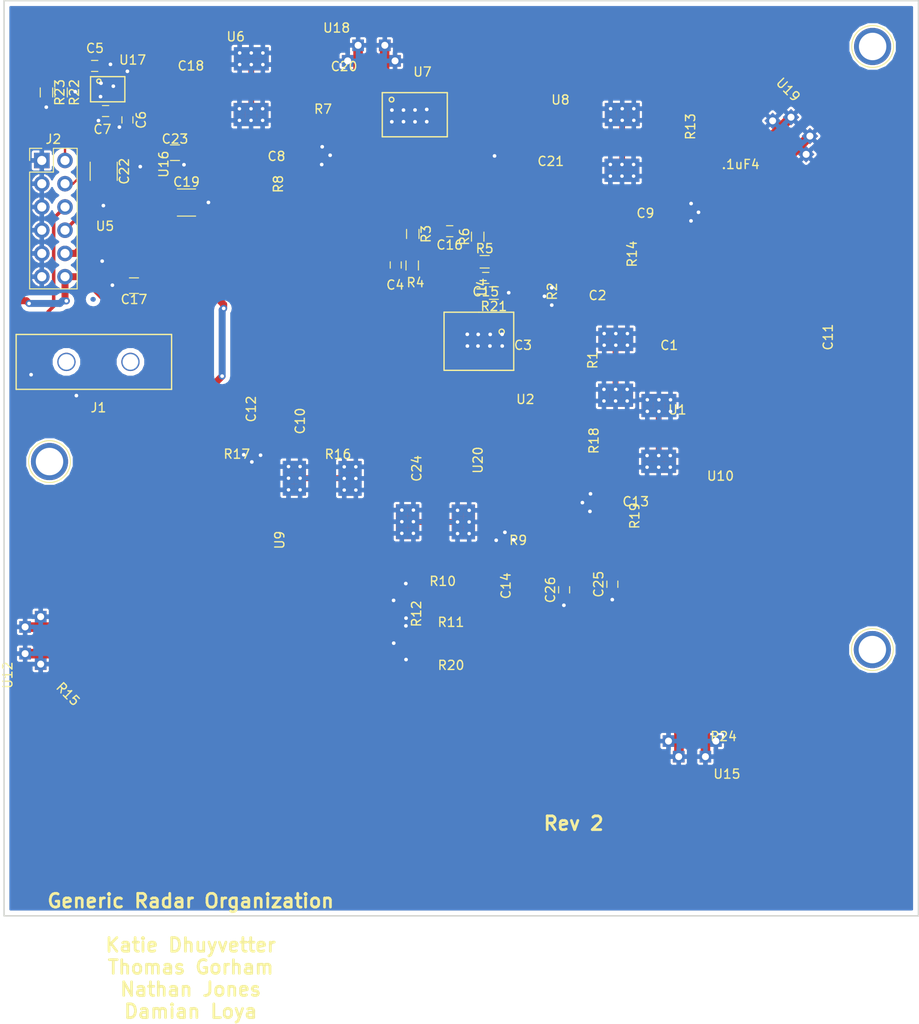
<source format=kicad_pcb>
(kicad_pcb (version 4) (host pcbnew 4.0.7)
  (layers (0 F.Cu signal) (31 B.Cu signal hide) (34 B.Paste user) (35 F.Paste user) (36 B.SilkS user) (37 F.SilkS user) (38 B.Mask user) (39 F.Mask user) (44 Edge.Cuts user))
  (net 0 "")
  (net 1 "Net-(.1uF4-Pad2)")
  (net 2 "Net-(C1-Pad1)")
  (net 3 "Net-(C2-Pad2)")
  (net 4 GND)
  (net 5 "Net-(C3-Pad2)")
  (net 6 "Net-(C3-Pad1)")
  (net 7 "Net-(C5-Pad1)")
  (net 8 +3V3)
  (net 9 "Net-(C8-Pad2)")
  (net 10 "Net-(C9-Pad2)")
  (net 11 "Net-(C10-Pad1)")
  (net 12 "Net-(C11-Pad1)")
  (net 13 +9V)
  (net 14 "Net-(R5-Pad1)")
  (net 15 "Net-(C12-Pad2)")
  (net 16 PowerSplitter)
  (net 17 RFIN)
  (net 18 "Net-(.1uF4-Pad1)")
  (net 19 "Net-(C4-Pad1)")
  (net 20 "Net-(C15-Pad2)")
  (net 21 "Net-(C15-Pad1)")
  (net 22 "Net-(C18-Pad2)")
  (net 23 "Net-(C18-Pad1)")
  (net 24 +5V)
  (net 25 "Net-(C20-Pad2)")
  (net 26 "Net-(C20-Pad1)")
  (net 27 "Net-(C21-Pad1)")
  (net 28 "Net-(U3-Pad2)")
  (net 29 "Net-(C13-Pad2)")
  (net 30 "Net-(C23-Pad1)")
  (net 31 "Net-(R22-Pad1)")
  (net 32 /SourceModule.sch/VCOTune)
  (net 33 /SourceModule.sch/VCOENABLE)
  (net 34 AudioOut)
  (net 35 "Net-(C14-Pad2)")
  (net 36 "Net-(R10-Pad2)")
  (net 37 "Net-(C24-Pad2)")
  (net 38 "Net-(C24-Pad1)")
  (net 39 "Net-(R15-Pad2)")
  (net 40 "Net-(R24-Pad2)")
  (net 41 "Net-(R12-Pad1)")
  (net 42 "Net-(R24-Pad1)")
  (net 43 "Net-(R15-Pad1)")
  (module Capacitors_SMD:C_1210_HandSoldering (layer F.Cu) (at 99.78644 73.98766)
    (fp_text reference C19 (at 0 -2.25) (layer F.SilkS))
    (fp_text value 10uF)
    (pad 1 smd rect (at -2 0) (size 2 2.5) (layers F.Cu F.Paste F.Mask) (net 24 +5V))
    (pad 2 smd rect (at 2 0) (size 2 2.5) (layers F.Cu F.Paste F.Mask) (net 4 GND))
  )
  (module RadarComponents:ZLDO1117 (layer F.Cu) (at 94.27464 80.38846)
    (fp_text reference U5 (at -3.4036 -3.8227) (layer F.SilkS))
    (fp_text value AP1117-50)
    (pad 2 smd rect (at 0 -6.4) (size 3.3 1.6) (layers F.Cu F.Paste F.Mask) (net 24 +5V))
    (pad 1 smd rect (at -2.25 0) (size 1.2 1.6) (layers F.Cu F.Paste F.Mask) (net 4 GND))
    (pad 2 smd rect (at 0 0) (size 1.2 1.6) (layers F.Cu F.Paste F.Mask) (net 24 +5V))
    (pad 3 smd rect (at 2.35 0) (size 1.2 1.6) (layers F.Cu F.Paste F.Mask) (net 13 +9V))
  )
  (module Connectors:1pin (layer F.Cu) (at 84.80552 102.29088)
    (fp_text reference "" (at 0 -3.048) (layer F.SilkS))
    (fp_text value 1pin)
    (pad "" np_thru_hole circle (at 0 0) (size 4.064 4.064) (drill 3) (layers *.Cu *.Mask))
  )
  (module Connectors:1pin (layer F.Cu) (at 174.79772 122.8344)
    (fp_text reference "" (at 0 -3.048) (layer F.SilkS))
    (fp_text value 1pin)
    (pad "" np_thru_hole circle (at 0 0) (size 4.064 4.064) (drill 3) (layers *.Cu *.Mask))
  )
  (module Resistors_SMD:R_0603 (layer F.Cu) (at 86.07044 61.96076 270)
    (fp_text reference R22 (at 0 -1.45 270) (layer F.SilkS))
    (fp_text value 2K)
    (pad 1 smd rect (at -0.75 0 270) (size 0.5 0.9) (layers F.Cu F.Paste F.Mask) (net 31 "Net-(R22-Pad1)"))
    (pad 2 smd rect (at 0.75 0 270) (size 0.5 0.9) (layers F.Cu F.Paste F.Mask) (net 32 /SourceModule.sch/VCOTune))
  )
  (module RadarComponents:MAX2752 (layer F.Cu) (at 89.79674 61.73086)
    (fp_text reference U17 (at 4.0969 -3.3261) (layer F.SilkS))
    (fp_text value MAX2752)
    (pad 1 smd rect (at -0.7874 -1.1684) (size 1.35 0.4) (layers F.Cu F.Paste F.Mask) (net 7 "Net-(C5-Pad1)"))
    (pad 2 smd rect (at -0.7874 -0.5184) (size 1.35 0.4) (layers F.Cu F.Paste F.Mask) (net 31 "Net-(R22-Pad1)"))
    (pad 3 smd rect (at -0.7874 0.1316) (size 1.35 0.4) (layers F.Cu F.Paste F.Mask) (net 4 GND))
    (pad 4 smd rect (at -0.7874 0.7816) (size 1.35 0.4) (layers F.Cu F.Paste F.Mask) (net 33 /SourceModule.sch/VCOENABLE))
    (pad 8 smd rect (at 3.5126 -1.1684) (size 1.35 0.4) (layers F.Cu F.Paste F.Mask) (net 4 GND))
    (pad 7 smd rect (at 3.5126 -0.5184) (size 1.35 0.4) (layers F.Cu F.Paste F.Mask) (net 22 "Net-(C18-Pad2)"))
    (pad 6 smd rect (at 3.5126 0.1316) (size 1.35 0.4) (layers F.Cu F.Paste F.Mask) (net 8 +3V3))
    (pad 5 smd rect (at 3.5126 0.7816) (size 1.35 0.4) (layers F.Cu F.Paste F.Mask) (net 8 +3V3))
    (pad 7 smd trapezoid (at 4.318 -0.508 180) (size 0.635 0.762) (rect_delta 0.508 0) (layers F.Cu F.Paste F.Mask) (net 22 "Net-(C18-Pad2)"))
    (pad 7 smd rect (at 5.842 -0.4064 180) (size 2.54 2.54) (layers F.Cu F.Paste F.Mask) (net 22 "Net-(C18-Pad2)"))
  )
  (module RadarComponents:TT1224 (layer F.Cu) (at 121.45394 62.23266)
    (fp_text reference U7 (at 4.1402 -2.5146) (layer F.SilkS))
    (fp_text value RMK-3-93+)
    (pad 4 smd rect (at 6.35 5.1816) (size 2.54 2.54) (layers F.Cu F.Paste F.Mask) (net 4 GND))
    (pad 2 smd rect (at 3.3274 -0.8382) (size 1.524 1.651) (layers F.Cu F.Paste F.Mask) (net 4 GND))
    (pad 3 smd rect (at 5.8674 -0.8382) (size 1.524 1.651) (layers F.Cu F.Paste F.Mask))
    (pad 6 smd rect (at 0.7874 5.1308) (size 1.524 1.651) (layers F.Cu F.Paste F.Mask))
    (pad 5 smd rect (at 3.3274 5.1308) (size 1.524 1.651) (layers F.Cu F.Paste F.Mask))
    (pad 1 smd rect (at 0.3048 -0.8636) (size 2.54 2.54) (layers F.Cu F.Paste F.Mask) (net 26 "Net-(C20-Pad1)"))
  )
  (module RadarComponents:DZ885 (layer F.Cu) (at 131.76634 89.14396 180)
    (fp_text reference U2 (at -5.08 -6.35 180) (layer F.SilkS))
    (fp_text value MCA1-85L+)
    (pad 3 smd rect (at 0 2.667 180) (size 0.762 2.159) (layers F.Cu F.Paste F.Mask) (net 20 "Net-(C15-Pad2)"))
    (pad 5 smd rect (at 3.429 2.8448 180) (size 2.54 2.54) (layers F.Cu F.Paste F.Mask) (net 17 RFIN))
    (pad 4 smd rect (at 1.27 2.667 180) (size 0.762 2.159) (layers F.Cu F.Paste F.Mask) (net 4 GND))
    (pad 2 smd rect (at -1.27 2.667 180) (size 0.762 2.159) (layers F.Cu F.Paste F.Mask) (net 4 GND))
    (pad 1 smd rect (at -2.54 2.667 180) (size 0.762 2.159) (layers F.Cu F.Paste F.Mask) (net 4 GND))
    (pad 6 smd rect (at 2.54 -2.667 180) (size 0.762 2.159) (layers F.Cu F.Paste F.Mask) (net 4 GND))
    (pad 7 smd rect (at 1.27 -2.667 180) (size 0.762 2.159) (layers F.Cu F.Paste F.Mask) (net 4 GND))
    (pad 8 smd rect (at 0 -2.667 180) (size 0.762 2.159) (layers F.Cu F.Paste F.Mask) (net 4 GND))
    (pad 9 smd rect (at -1.27 -2.667 180) (size 0.762 2.159) (layers F.Cu F.Paste F.Mask) (net 4 GND))
    (pad 10 smd rect (at -3.429 -2.8448 180) (size 2.54 2.54) (layers F.Cu F.Paste F.Mask) (net 6 "Net-(C3-Pad1)"))
  )
  (module RadarComponents:100PAD (layer F.Cu) (at 110.90024 62.58826 270)
    (fp_text reference R7 (at 1.1886 -3.8214 360) (layer F.SilkS))
    (fp_text value 75)
    (pad 2 smd rect (at 1.9304 -1.27 270) (size 2.54 2.54) (layers F.Cu F.Paste F.Mask) (net 9 "Net-(C8-Pad2)"))
    (pad 1 smd rect (at -1.27 -1.27 270) (size 2.54 2.54) (layers F.Cu F.Paste F.Mask) (net 25 "Net-(C20-Pad2)"))
  )
  (module RadarComponents:Amplifier (layer F.Cu) (at 106.06024 62.59576)
    (fp_text reference U6 (at -0.889 -6.731) (layer F.SilkS))
    (fp_text value LEE-39+)
    (pad 2 thru_hole rect (at 0.7874 2.413) (size 1.27 1.27) (drill 0.381) (layers *.Cu *.Mask) (net 4 GND))
    (pad 2 thru_hole rect (at 2.0574 2.413) (size 1.27 1.27) (drill 0.381) (layers *.Cu *.Mask) (net 4 GND))
    (pad 2 thru_hole rect (at -0.4826 2.413) (size 1.27 1.27) (drill 0.381) (layers *.Cu *.Mask) (net 4 GND))
    (pad 2 thru_hole rect (at -0.4826 1.143) (size 1.27 1.27) (drill 0.381) (layers *.Cu *.Mask) (net 4 GND))
    (pad 2 thru_hole rect (at 0.7874 1.143) (size 1.27 1.27) (drill 0.381) (layers *.Cu *.Mask) (net 4 GND))
    (pad 2 thru_hole rect (at 2.0574 1.143) (size 1.27 1.27) (drill 0.381) (layers *.Cu *.Mask) (net 4 GND))
    (pad 2 thru_hole rect (at 2.0828 -4.953) (size 1.27 1.27) (drill 0.381) (layers *.Cu *.Mask) (net 4 GND))
    (pad 2 thru_hole rect (at 0.8128 -4.953) (size 1.27 1.27) (drill 0.381) (layers *.Cu *.Mask) (net 4 GND))
    (pad 2 thru_hole rect (at -0.4572 -4.953) (size 1.27 1.27) (drill 0.381) (layers *.Cu *.Mask) (net 4 GND))
    (pad 2 thru_hole rect (at -0.4572 -3.683) (size 1.27 1.27) (drill 0.381) (layers *.Cu *.Mask) (net 4 GND))
    (pad 2 thru_hole rect (at 2.0828 -3.683) (size 1.27 1.27) (drill 0.381) (layers *.Cu *.Mask) (net 4 GND))
    (pad 3 smd rect (at 2.8956 -1.27) (size 2.54 2.54) (layers F.Cu F.Paste F.Mask) (net 25 "Net-(C20-Pad2)"))
    (pad 1 smd rect (at -1.27 -1.27) (size 2.54 2.54) (layers F.Cu F.Paste F.Mask) (net 23 "Net-(C18-Pad1)"))
    (pad 2 smd rect (at 0.8128 -1.27) (size 0.635 3.556) (layers F.Cu F.Paste F.Mask) (net 4 GND))
    (pad 2 thru_hole rect (at 0.8128 -3.683) (size 1.27 1.27) (drill 0.381) (layers *.Cu *.Mask) (net 4 GND))
  )
  (module RadarComponents:Amplifier (layer F.Cu) (at 147.52704 90.71876 180)
    (fp_text reference U1 (at -5.9436 -5.9182 180) (layer F.SilkS))
    (fp_text value GALI-1+)
    (pad 2 thru_hole rect (at 0.7874 2.413 180) (size 1.27 1.27) (drill 0.381) (layers *.Cu *.Mask) (net 4 GND))
    (pad 2 thru_hole rect (at 2.0574 2.413 180) (size 1.27 1.27) (drill 0.381) (layers *.Cu *.Mask) (net 4 GND))
    (pad 2 thru_hole rect (at -0.4826 2.413 180) (size 1.27 1.27) (drill 0.381) (layers *.Cu *.Mask) (net 4 GND))
    (pad 2 thru_hole rect (at -0.4826 1.143 180) (size 1.27 1.27) (drill 0.381) (layers *.Cu *.Mask) (net 4 GND))
    (pad 2 thru_hole rect (at 0.7874 1.143 180) (size 1.27 1.27) (drill 0.381) (layers *.Cu *.Mask) (net 4 GND))
    (pad 2 thru_hole rect (at 2.0574 1.143 180) (size 1.27 1.27) (drill 0.381) (layers *.Cu *.Mask) (net 4 GND))
    (pad 2 thru_hole rect (at 2.0828 -4.953 180) (size 1.27 1.27) (drill 0.381) (layers *.Cu *.Mask) (net 4 GND))
    (pad 2 thru_hole rect (at 0.8128 -4.953 180) (size 1.27 1.27) (drill 0.381) (layers *.Cu *.Mask) (net 4 GND))
    (pad 2 thru_hole rect (at -0.4572 -4.953 180) (size 1.27 1.27) (drill 0.381) (layers *.Cu *.Mask) (net 4 GND))
    (pad 2 thru_hole rect (at -0.4572 -3.683 180) (size 1.27 1.27) (drill 0.381) (layers *.Cu *.Mask) (net 4 GND))
    (pad 2 thru_hole rect (at 2.0828 -3.683 180) (size 1.27 1.27) (drill 0.381) (layers *.Cu *.Mask) (net 4 GND))
    (pad 3 smd rect (at 2.8956 -1.27 180) (size 2.54 2.54) (layers F.Cu F.Paste F.Mask) (net 5 "Net-(C3-Pad2)"))
    (pad 1 smd rect (at -1.27 -1.27 180) (size 2.54 2.54) (layers F.Cu F.Paste F.Mask) (net 2 "Net-(C1-Pad1)"))
    (pad 2 smd rect (at 0.8128 -1.27 180) (size 0.635 3.556) (layers F.Cu F.Paste F.Mask) (net 4 GND))
    (pad 2 thru_hole rect (at 0.8128 -3.683 180) (size 1.27 1.27) (drill 0.381) (layers *.Cu *.Mask) (net 4 GND))
  )
  (module RadarComponents:Amplifier (layer F.Cu) (at 146.62912 68.68668)
    (fp_text reference U8 (at -5.9436 -5.9182) (layer F.SilkS))
    (fp_text value GALI-2+)
    (pad 2 thru_hole rect (at 0.7874 2.413) (size 1.27 1.27) (drill 0.381) (layers *.Cu *.Mask) (net 4 GND))
    (pad 2 thru_hole rect (at 2.0574 2.413) (size 1.27 1.27) (drill 0.381) (layers *.Cu *.Mask) (net 4 GND))
    (pad 2 thru_hole rect (at -0.4826 2.413) (size 1.27 1.27) (drill 0.381) (layers *.Cu *.Mask) (net 4 GND))
    (pad 2 thru_hole rect (at -0.4826 1.143) (size 1.27 1.27) (drill 0.381) (layers *.Cu *.Mask) (net 4 GND))
    (pad 2 thru_hole rect (at 0.7874 1.143) (size 1.27 1.27) (drill 0.381) (layers *.Cu *.Mask) (net 4 GND))
    (pad 2 thru_hole rect (at 2.0574 1.143) (size 1.27 1.27) (drill 0.381) (layers *.Cu *.Mask) (net 4 GND))
    (pad 2 thru_hole rect (at 2.0828 -4.953) (size 1.27 1.27) (drill 0.381) (layers *.Cu *.Mask) (net 4 GND))
    (pad 2 thru_hole rect (at 0.8128 -4.953) (size 1.27 1.27) (drill 0.381) (layers *.Cu *.Mask) (net 4 GND))
    (pad 2 thru_hole rect (at -0.4572 -4.953) (size 1.27 1.27) (drill 0.381) (layers *.Cu *.Mask) (net 4 GND))
    (pad 2 thru_hole rect (at -0.4572 -3.683) (size 1.27 1.27) (drill 0.381) (layers *.Cu *.Mask) (net 4 GND))
    (pad 2 thru_hole rect (at 2.0828 -3.683) (size 1.27 1.27) (drill 0.381) (layers *.Cu *.Mask) (net 4 GND))
    (pad 3 smd rect (at 2.8956 -1.27) (size 2.54 2.54) (layers F.Cu F.Paste F.Mask) (net 1 "Net-(.1uF4-Pad2)"))
    (pad 1 smd rect (at -1.27 -1.27) (size 2.54 2.54) (layers F.Cu F.Paste F.Mask) (net 27 "Net-(C21-Pad1)"))
    (pad 2 smd rect (at 0.8128 -1.27) (size 0.635 3.556) (layers F.Cu F.Paste F.Mask) (net 4 GND))
    (pad 2 thru_hole rect (at 0.8128 -3.683) (size 1.27 1.27) (drill 0.381) (layers *.Cu *.Mask) (net 4 GND))
  )
  (module RadarComponents:Amplifier (layer F.Cu) (at 152.24252 97.95256 180)
    (fp_text reference U10 (at -5.9436 -5.9182 180) (layer F.SilkS))
    (fp_text value GALI-2+)
    (pad 2 thru_hole rect (at 0.7874 2.413 180) (size 1.27 1.27) (drill 0.381) (layers *.Cu *.Mask) (net 4 GND))
    (pad 2 thru_hole rect (at 2.0574 2.413 180) (size 1.27 1.27) (drill 0.381) (layers *.Cu *.Mask) (net 4 GND))
    (pad 2 thru_hole rect (at -0.4826 2.413 180) (size 1.27 1.27) (drill 0.381) (layers *.Cu *.Mask) (net 4 GND))
    (pad 2 thru_hole rect (at -0.4826 1.143 180) (size 1.27 1.27) (drill 0.381) (layers *.Cu *.Mask) (net 4 GND))
    (pad 2 thru_hole rect (at 0.7874 1.143 180) (size 1.27 1.27) (drill 0.381) (layers *.Cu *.Mask) (net 4 GND))
    (pad 2 thru_hole rect (at 2.0574 1.143 180) (size 1.27 1.27) (drill 0.381) (layers *.Cu *.Mask) (net 4 GND))
    (pad 2 thru_hole rect (at 2.0828 -4.953 180) (size 1.27 1.27) (drill 0.381) (layers *.Cu *.Mask) (net 4 GND))
    (pad 2 thru_hole rect (at 0.8128 -4.953 180) (size 1.27 1.27) (drill 0.381) (layers *.Cu *.Mask) (net 4 GND))
    (pad 2 thru_hole rect (at -0.4572 -4.953 180) (size 1.27 1.27) (drill 0.381) (layers *.Cu *.Mask) (net 4 GND))
    (pad 2 thru_hole rect (at -0.4572 -3.683 180) (size 1.27 1.27) (drill 0.381) (layers *.Cu *.Mask) (net 4 GND))
    (pad 2 thru_hole rect (at 2.0828 -3.683 180) (size 1.27 1.27) (drill 0.381) (layers *.Cu *.Mask) (net 4 GND))
    (pad 3 smd rect (at 2.8956 -1.27 180) (size 2.54 2.54) (layers F.Cu F.Paste F.Mask) (net 37 "Net-(C24-Pad2)"))
    (pad 1 smd rect (at -1.27 -1.27 180) (size 2.54 2.54) (layers F.Cu F.Paste F.Mask) (net 12 "Net-(C11-Pad1)"))
    (pad 2 smd rect (at 0.8128 -1.27 180) (size 0.635 3.556) (layers F.Cu F.Paste F.Mask) (net 4 GND))
    (pad 2 thru_hole rect (at 0.8128 -3.683 180) (size 1.27 1.27) (drill 0.381) (layers *.Cu *.Mask) (net 4 GND))
  )
  (module RadarComponents:Amplifier (layer F.Cu) (at 115.897028 104.922194 90)
    (fp_text reference U9 (at -5.9436 -5.9182 90) (layer F.SilkS))
    (fp_text value LEE-39+)
    (pad 2 thru_hole rect (at 0.7874 2.413 90) (size 1.27 1.27) (drill 0.381) (layers *.Cu *.Mask) (net 4 GND))
    (pad 2 thru_hole rect (at 2.0574 2.413 90) (size 1.27 1.27) (drill 0.381) (layers *.Cu *.Mask) (net 4 GND))
    (pad 2 thru_hole rect (at -0.4826 2.413 90) (size 1.27 1.27) (drill 0.381) (layers *.Cu *.Mask) (net 4 GND))
    (pad 2 thru_hole rect (at -0.4826 1.143 90) (size 1.27 1.27) (drill 0.381) (layers *.Cu *.Mask) (net 4 GND))
    (pad 2 thru_hole rect (at 0.7874 1.143 90) (size 1.27 1.27) (drill 0.381) (layers *.Cu *.Mask) (net 4 GND))
    (pad 2 thru_hole rect (at 2.0574 1.143 90) (size 1.27 1.27) (drill 0.381) (layers *.Cu *.Mask) (net 4 GND))
    (pad 2 thru_hole rect (at 2.0828 -4.953 90) (size 1.27 1.27) (drill 0.381) (layers *.Cu *.Mask) (net 4 GND))
    (pad 2 thru_hole rect (at 0.8128 -4.953 90) (size 1.27 1.27) (drill 0.381) (layers *.Cu *.Mask) (net 4 GND))
    (pad 2 thru_hole rect (at -0.4572 -4.953 90) (size 1.27 1.27) (drill 0.381) (layers *.Cu *.Mask) (net 4 GND))
    (pad 2 thru_hole rect (at -0.4572 -3.683 90) (size 1.27 1.27) (drill 0.381) (layers *.Cu *.Mask) (net 4 GND))
    (pad 2 thru_hole rect (at 2.0828 -3.683 90) (size 1.27 1.27) (drill 0.381) (layers *.Cu *.Mask) (net 4 GND))
    (pad 3 smd rect (at 2.8956 -1.27 90) (size 2.54 2.54) (layers F.Cu F.Paste F.Mask) (net 11 "Net-(C10-Pad1)"))
    (pad 1 smd rect (at -1.27 -1.27 90) (size 2.54 2.54) (layers F.Cu F.Paste F.Mask) (net 28 "Net-(U3-Pad2)"))
    (pad 2 smd rect (at 0.8128 -1.27 90) (size 0.635 3.556) (layers F.Cu F.Paste F.Mask) (net 4 GND))
    (pad 2 thru_hole rect (at 0.8128 -3.683 90) (size 1.27 1.27) (drill 0.381) (layers *.Cu *.Mask) (net 4 GND))
  )
  (module RadarComponents:SOT23-5 (layer F.Cu) (at 128.26492 78.55712 270)
    (fp_text reference U4 (at 4.6736 -3.8354 270) (layer F.SilkS))
    (fp_text value LMV751)
    (pad 5 smd rect (at 0 -1.1176 270) (size 0.6858 0.9906) (layers F.Cu F.Paste F.Mask) (net 8 +3V3))
    (pad 4 smd rect (at 1.905 -1.1176 270) (size 0.6858 0.9906) (layers F.Cu F.Paste F.Mask) (net 14 "Net-(R5-Pad1)"))
    (pad 1 smd rect (at 0 1.473199 270) (size 0.6858 0.9906) (layers F.Cu F.Paste F.Mask) (net 34 AudioOut))
    (pad 2 smd rect (at 0.9525 1.473199 270) (size 0.6858 0.9906) (layers F.Cu F.Paste F.Mask) (net 4 GND))
    (pad 3 smd rect (at 1.905 1.473199 270) (size 0.6858 0.9906) (layers F.Cu F.Paste F.Mask) (net 19 "Net-(C4-Pad1)"))
  )
  (module RadarComponents:100PAD (layer F.Cu) (at 157.39872 66.13652 180)
    (fp_text reference .1uF4 (at -2.9972 -3.683 180) (layer F.SilkS))
    (fp_text value C)
    (pad 2 smd rect (at 1.9304 -1.27 180) (size 2.54 2.54) (layers F.Cu F.Paste F.Mask) (net 1 "Net-(.1uF4-Pad2)"))
    (pad 1 smd rect (at -1.27 -1.27 180) (size 2.54 2.54) (layers F.Cu F.Paste F.Mask) (net 18 "Net-(.1uF4-Pad1)"))
  )
  (module RadarComponents:100PAD (layer F.Cu) (at 155.57884 93.27146)
    (fp_text reference C1 (at -2.9972 -3.683) (layer F.SilkS))
    (fp_text value 270pF)
    (pad 2 smd rect (at 1.9304 -1.27) (size 2.54 2.54) (layers F.Cu F.Paste F.Mask) (net 16 PowerSplitter))
    (pad 1 smd rect (at -1.27 -1.27) (size 2.54 2.54) (layers F.Cu F.Paste F.Mask) (net 2 "Net-(C1-Pad1)"))
  )
  (module RadarComponents:100PAD (layer F.Cu) (at 139.58954 93.25876)
    (fp_text reference C3 (at -2.9972 -3.683) (layer F.SilkS))
    (fp_text value 270pF)
    (pad 2 smd rect (at 1.9304 -1.27) (size 2.54 2.54) (layers F.Cu F.Paste F.Mask) (net 5 "Net-(C3-Pad2)"))
    (pad 1 smd rect (at -1.27 -1.27) (size 2.54 2.54) (layers F.Cu F.Paste F.Mask) (net 6 "Net-(C3-Pad1)"))
  )
  (module RadarComponents:100PAD (layer F.Cu) (at 115.897028 94.863794 90)
    (fp_text reference C10 (at -2.9972 -3.683 90) (layer F.SilkS))
    (fp_text value 100n)
    (pad 2 smd rect (at 1.9304 -1.27 90) (size 2.54 2.54) (layers F.Cu F.Paste F.Mask) (net 17 RFIN))
    (pad 1 smd rect (at -1.27 -1.27 90) (size 2.54 2.54) (layers F.Cu F.Paste F.Mask) (net 11 "Net-(C10-Pad1)"))
  )
  (module RadarComponents:100PAD (layer F.Cu) (at 168.67 91.64586 90)
    (fp_text reference C11 (at 2.95414 1.28648 90) (layer F.SilkS))
    (fp_text value 10n)
    (pad 2 smd rect (at 1.9304 -1.27 90) (size 2.54 2.54) (layers F.Cu F.Paste F.Mask) (net 16 PowerSplitter))
    (pad 1 smd rect (at -1.27 -1.27 90) (size 2.54 2.54) (layers F.Cu F.Paste F.Mask) (net 12 "Net-(C11-Pad1)"))
  )
  (module RadarComponents:100PAD (layer F.Cu) (at 151.22652 68.68668 270)
    (fp_text reference R13 (at -2.9972 -3.683 270) (layer F.SilkS))
    (fp_text value 75)
    (pad 2 smd rect (at 1.9304 -1.27 270) (size 2.54 2.54) (layers F.Cu F.Paste F.Mask) (net 10 "Net-(C9-Pad2)"))
    (pad 1 smd rect (at -1.27 -1.27 270) (size 2.54 2.54) (layers F.Cu F.Paste F.Mask) (net 1 "Net-(.1uF4-Pad2)"))
  )
  (module RadarComponents:100PAD (layer F.Cu) (at 113.357028 97.810194 180)
    (fp_text reference R16 (at -2.9972 -3.683 180) (layer F.SilkS))
    (fp_text value 75)
    (pad 2 smd rect (at 1.9304 -1.27 180) (size 2.54 2.54) (layers F.Cu F.Paste F.Mask) (net 15 "Net-(C12-Pad2)"))
    (pad 1 smd rect (at -1.27 -1.27 180) (size 2.54 2.54) (layers F.Cu F.Paste F.Mask) (net 11 "Net-(C10-Pad1)"))
  )
  (module Resistors_SMD:R_0603 (layer F.Cu) (at 124.47524 80.86344 270)
    (fp_text reference R4 (at 1.86944 -0.3556 360) (layer F.SilkS))
    (fp_text value 10k)
    (pad 1 smd rect (at -0.75 0 270) (size 0.5 0.9) (layers F.Cu F.Paste F.Mask) (net 19 "Net-(C4-Pad1)"))
    (pad 2 smd rect (at 0.75 0 270) (size 0.5 0.9) (layers F.Cu F.Paste F.Mask) (net 4 GND))
  )
  (module Resistors_SMD:R_0603 (layer F.Cu) (at 132.3968 80.46212)
    (fp_text reference R5 (at 0 -1.45) (layer F.SilkS))
    (fp_text value 100)
    (pad 1 smd rect (at -0.75 0) (size 0.5 0.9) (layers F.Cu F.Paste F.Mask) (net 14 "Net-(R5-Pad1)"))
    (pad 2 smd rect (at 0.75 0) (size 0.5 0.9) (layers F.Cu F.Paste F.Mask) (net 21 "Net-(C15-Pad1)"))
  )
  (module Resistors_SMD:R_0603 (layer F.Cu) (at 131.63804 77.712 90)
    (fp_text reference R6 (at 0 -1.45 90) (layer F.SilkS))
    (fp_text value 100k)
    (pad 1 smd rect (at -0.75 0 90) (size 0.5 0.9) (layers F.Cu F.Paste F.Mask) (net 14 "Net-(R5-Pad1)"))
    (pad 2 smd rect (at 0.75 0 90) (size 0.5 0.9) (layers F.Cu F.Paste F.Mask) (net 34 AudioOut))
  )
  (module Capacitors_SMD:C_0603 (layer F.Cu) (at 89.74836 59.06008)
    (fp_text reference C5 (at 0.0254 -1.9304 180) (layer F.SilkS))
    (fp_text value .1uF)
    (pad 2 smd rect (at 0.75 0) (size 0.8 0.75) (layers F.Cu F.Paste F.Mask) (net 4 GND))
    (pad 1 smd rect (at -0.75 0) (size 0.8 0.75) (layers F.Cu F.Paste F.Mask) (net 7 "Net-(C5-Pad1)"))
  )
  (module Capacitors_SMD:C_0603 (layer F.Cu) (at 93.32734 64.95666 270)
    (fp_text reference C6 (at 0 -1.5 270) (layer F.SilkS))
    (fp_text value 220pF)
    (pad 2 smd rect (at 0.75 0 270) (size 0.8 0.75) (layers F.Cu F.Paste F.Mask) (net 4 GND))
    (pad 1 smd rect (at -0.75 0 270) (size 0.8 0.75) (layers F.Cu F.Paste F.Mask) (net 8 +3V3))
  )
  (module Capacitors_SMD:C_0603 (layer F.Cu) (at 90.93974 63.99146 180)
    (fp_text reference C7 (at 0.3481 -1.9952 360) (layer F.SilkS))
    (fp_text value 220pF)
    (pad 2 smd rect (at 0.75 0 180) (size 0.8 0.75) (layers F.Cu F.Paste F.Mask) (net 4 GND))
    (pad 1 smd rect (at -0.75 0 180) (size 0.8 0.75) (layers F.Cu F.Paste F.Mask) (net 8 +3V3))
  )
  (module RadarComponents:patch58 (layer F.Cu) (at 163.31184 142.67688 270)
    (fp_text reference U13 hide)
    (fp_text value Antenna111 hide)
    (fp_poly (pts (xy 4.148667 3.217333) (xy -8.043333 3.217333) (xy -8.043333 -0.338667) (xy -3.217333 -0.338667) (xy -3.217333 -0.846667) (xy -9.313333 -0.846667) (xy -9.313333 -3.386667) (xy -3.217333 -3.386667) (xy -3.217333 -3.894667) (xy -8.043333 -3.894667) (xy -8.043333 -7.450667) (xy 4.148667 -7.450667) (xy 4.148667 3.217333)) (layer F.Cu) (width 0.01))
    (pad 1 smd rect (at -8.0518 -2.1082 270) (size 2.5146 2.5146) (layers F.Cu F.Paste F.Mask) (net 42 "Net-(R24-Pad1)"))
  )
  (module RadarComponents:patch58 (layer F.Cu) (at 88.6714 141.70152 270)
    (fp_text reference U14 hide)
    (fp_text value Antenna111 hide)
    (fp_poly (pts (xy 4.148667 3.217333) (xy -8.043333 3.217333) (xy -8.043333 -0.338667) (xy -3.217333 -0.338667) (xy -3.217333 -0.846667) (xy -9.313333 -0.846667) (xy -9.313333 -3.386667) (xy -3.217333 -3.386667) (xy -3.217333 -3.894667) (xy -8.043333 -3.894667) (xy -8.043333 -7.450667) (xy 4.148667 -7.450667) (xy 4.148667 3.217333)) (layer F.Cu) (width 0.01))
    (pad 1 smd rect (at -8.0518 -2.1082 270) (size 2.5146 2.5146) (layers F.Cu F.Paste F.Mask) (net 43 "Net-(R15-Pad1)"))
  )
  (module Capacitors_SMD:C_0603 (layer F.Cu) (at 122.67184 80.8108 270)
    (fp_text reference C4 (at 2.1844 0.05588 360) (layer F.SilkS))
    (fp_text value ?F)
    (pad 2 smd rect (at 0.75 0 270) (size 0.8 0.75) (layers F.Cu F.Paste F.Mask) (net 4 GND))
    (pad 1 smd rect (at -0.75 0 270) (size 0.8 0.75) (layers F.Cu F.Paste F.Mask) (net 19 "Net-(C4-Pad1)"))
  )
  (module Capacitors_SMD:C_0603 (layer F.Cu) (at 132.51504 82.22488 180)
    (fp_text reference C15 (at 0 -1.5 180) (layer F.SilkS))
    (fp_text value 1uF)
    (pad 2 smd rect (at 0.75 0 180) (size 0.8 0.75) (layers F.Cu F.Paste F.Mask) (net 20 "Net-(C15-Pad2)"))
    (pad 1 smd rect (at -0.75 0 180) (size 0.8 0.75) (layers F.Cu F.Paste F.Mask) (net 21 "Net-(C15-Pad1)"))
  )
  (module Capacitors_SMD:C_0603 (layer F.Cu) (at 128.57296 77.11948 180)
    (fp_text reference C16 (at 0 -1.5 180) (layer F.SilkS))
    (fp_text value 270pF)
    (pad 2 smd rect (at 0.75 0 180) (size 0.8 0.75) (layers F.Cu F.Paste F.Mask) (net 4 GND))
    (pad 1 smd rect (at -0.75 0 180) (size 0.8 0.75) (layers F.Cu F.Paste F.Mask) (net 8 +3V3))
  )
  (module Resistors_SMD:R_0603 (layer F.Cu) (at 124.5362 77.42104 270)
    (fp_text reference R3 (at 0 -1.45 270) (layer F.SilkS))
    (fp_text value 10k)
    (pad 1 smd rect (at -0.75 0 270) (size 0.5 0.9) (layers F.Cu F.Paste F.Mask) (net 8 +3V3))
    (pad 2 smd rect (at 0.75 0 270) (size 0.5 0.9) (layers F.Cu F.Paste F.Mask) (net 19 "Net-(C4-Pad1)"))
  )
  (module Capacitors_SMD:C_0805 (layer F.Cu) (at 94.04604 83.06816 180)
    (fp_text reference C17 (at 0 -1.5 180) (layer F.SilkS))
    (fp_text value 10uF)
    (pad 1 smd rect (at -1 0 180) (size 1 1.25) (layers F.Cu F.Paste F.Mask) (net 13 +9V))
    (pad 2 smd rect (at 1 0 180) (size 1 1.25) (layers F.Cu F.Paste F.Mask) (net 4 GND))
  )
  (module RadarComponents:100PAD (layer F.Cu) (at 100.54844 60.05576 180)
    (fp_text reference C18 (at 0.2794 1.0033 180) (layer F.SilkS))
    (fp_text value 10nF)
    (pad 2 smd rect (at 1.9304 -1.27 180) (size 2.54 2.54) (layers F.Cu F.Paste F.Mask) (net 22 "Net-(C18-Pad2)"))
    (pad 1 smd rect (at -1.27 -1.27 180) (size 2.54 2.54) (layers F.Cu F.Paste F.Mask) (net 23 "Net-(C18-Pad1)"))
  )
  (module RadarComponents:100PAD (layer F.Cu) (at 116.99624 60.04826 180)
    (fp_text reference C20 (at -0.0241 0.9323 180) (layer F.SilkS))
    (fp_text value 10nF)
    (pad 2 smd rect (at 1.9304 -1.27 180) (size 2.54 2.54) (layers F.Cu F.Paste F.Mask) (net 25 "Net-(C20-Pad2)"))
    (pad 1 smd rect (at -1.27 -1.27 180) (size 2.54 2.54) (layers F.Cu F.Paste F.Mask) (net 26 "Net-(C20-Pad1)"))
  )
  (module RadarComponents:100PAD (layer F.Cu) (at 140.76934 66.15176 180)
    (fp_text reference C21 (at 1.143 -3.3274 180) (layer F.SilkS))
    (fp_text value 10nF)
    (pad 2 smd rect (at 1.9304 -1.27 180) (size 2.54 2.54) (layers F.Cu F.Paste F.Mask) (net 4 GND))
    (pad 1 smd rect (at -1.27 -1.27 180) (size 2.54 2.54) (layers F.Cu F.Paste F.Mask) (net 27 "Net-(C21-Pad1)"))
  )
  (module RadarComponents:100PAD+GND2 (layer F.Cu) (at 145.12544 111.21136 270)
    (fp_text reference R19 (at -2.9972 -3.683 270) (layer F.SilkS))
    (fp_text value 75)
    (pad 1 smd rect (at 1.9304 -1.27 270) (size 1.524 2.54) (layers F.Cu F.Paste F.Mask) (net 13 +9V))
    (pad 2 smd rect (at -1.27 -1.27 270) (size 2.54 2.54) (layers F.Cu F.Paste F.Mask) (net 29 "Net-(C13-Pad2)"))
  )
  (module RadarComponents:powersplitter2 (layer F.Cu) (at 164.20084 81.36636 270)
    (fp_text reference MS1 hide)
    (fp_text value PowerDivider hide)
    (fp_poly (pts (xy -1.426391 -6.307107) (xy -0.884073 -6.305228) (xy -0.471722 -6.300166) (xy -0.169087 -6.290344) (xy 0.044083 -6.274181) (xy 0.18804 -6.250099) (xy 0.283036 -6.216519) (xy 0.34932 -6.171861) (xy 0.407146 -6.114549) (xy 0.411317 -6.11011) (xy 0.506001 -5.985578) (xy 0.562148 -5.830909) (xy 0.589205 -5.600553) (xy 0.596617 -5.24896) (xy 0.596645 -5.216412) (xy 0.596645 -4.519986) (xy 5.668121 -4.474832) (xy 5.691709 -3.217617) (xy 5.715296 -1.960402) (xy -1.193288 -1.960402) (xy -1.193288 -4.517449) (xy -3.068456 -4.517449) (xy -3.068456 1.875168) (xy -1.193288 1.875168) (xy -1.193288 -0.681879) (xy 5.710739 -0.681879) (xy 5.710739 1.875168) (xy 0.596645 1.875168) (xy 0.596645 2.584807) (xy 0.591554 2.944232) (xy 0.569785 3.177534) (xy 0.521594 3.328921) (xy 0.437237 3.442598) (xy 0.399373 3.479774) (xy 0.336446 3.534094) (xy 0.263454 3.576611) (xy 0.160231 3.608769) (xy 0.006609 3.632013) (xy -0.217578 3.647788) (xy -0.532496 3.657539) (xy -0.958313 3.662712) (xy -1.515195 3.664751) (xy -2.187081 3.665101) (xy -2.891525 3.664395) (xy -3.445118 3.661469) (xy -3.867475 3.655117) (xy -4.178211 3.64413) (xy -4.396944 3.627298) (xy -4.543287 3.603415) (xy -4.636857 3.571271) (xy -4.697269 3.529658) (xy -4.717326 3.509229) (xy -4.766682 3.434068) (xy -4.803251 3.317367) (xy -4.828854 3.135481) (xy -4.845312 2.864765) (xy -4.854443 2.481575) (xy -4.858069 1.962266) (xy -4.858389 1.676678) (xy -4.858389 0) (xy -9.972483 0) (xy -9.972483 -2.557047) (xy -4.858389 -2.557047) (xy -4.858389 -4.246887) (xy -4.857751 -4.82398) (xy -4.854111 -5.255199) (xy -4.844882 -5.565143) (xy -4.827476 -5.778406) (xy -4.799305 -5.919586) (xy -4.757783 -6.01328) (xy -4.700321 -6.084082) (xy -4.661117 -6.122055) (xy -4.597588 -6.176832) (xy -4.523866 -6.219594) (xy -4.419564 -6.251829) (xy -4.264294 -6.275022) (xy -4.037669 -6.290659) (xy -3.719301 -6.300227) (xy -3.288802 -6.305213) (xy -2.725784 -6.307101) (xy -2.118928 -6.307382) (xy -1.426391 -6.307107)) (layer F.Cu) (width 0.01))
    (pad 3 smd rect (at 4.699 -3.2258 270) (size 1.524 1.524) (layers F.Cu F.Paste F.Mask) (net 16 PowerSplitter))
    (pad 2 smd rect (at 4.5974 0.6096 270) (size 1.524 1.524) (layers F.Cu F.Paste F.Mask) (net 16 PowerSplitter))
    (pad 1 smd rect (at -9.017 -1.27 270) (size 1.524 1.524) (layers F.Cu F.Paste F.Mask) (net 18 "Net-(.1uF4-Pad1)"))
  )
  (module RadarComponents:100PAD+GND (layer F.Cu) (at 143.47444 80.70596 90)
    (fp_text reference R2 (at -2.9972 -3.683 90) (layer F.SilkS))
    (fp_text value 75)
    (pad 1 smd rect (at 1.9304 -1.27 90) (size 1.524 2.54) (layers F.Cu F.Paste F.Mask) (net 13 +9V))
    (pad 2 smd rect (at -1.27 -1.27 90) (size 2.54 2.54) (layers F.Cu F.Paste F.Mask) (net 3 "Net-(C2-Pad2)"))
  )
  (module RadarComponents:100PAD+GND (layer F.Cu) (at 110.8964 71.755 270)
    (fp_text reference R8 (at 0.2107 1.06556 270) (layer F.SilkS))
    (fp_text value 75)
    (pad 1 smd rect (at 1.9304 -1.27 270) (size 1.524 2.54) (layers F.Cu F.Paste F.Mask) (net 13 +9V))
    (pad 2 smd rect (at -1.27 -1.27 270) (size 2.54 2.54) (layers F.Cu F.Paste F.Mask) (net 9 "Net-(C8-Pad2)"))
  )
  (module RadarComponents:100PAD (layer F.Cu) (at 140.89002 90.0609 270)
    (fp_text reference R1 (at 1.143 -3.3274 270) (layer F.SilkS))
    (fp_text value 75)
    (pad 2 smd rect (at 1.9304 -1.27 270) (size 2.54 2.54) (layers F.Cu F.Paste F.Mask) (net 5 "Net-(C3-Pad2)"))
    (pad 1 smd rect (at -1.27 -1.27 270) (size 2.54 2.54) (layers F.Cu F.Paste F.Mask) (net 3 "Net-(C2-Pad2)"))
  )
  (module RadarComponents:100PAD+GND (layer F.Cu) (at 151.2316 79.30896 270)
    (fp_text reference R14 (at 0.29972 2.70764 270) (layer F.SilkS))
    (fp_text value 75)
    (pad 1 smd rect (at 1.9304 -1.27 270) (size 1.524 2.54) (layers F.Cu F.Paste F.Mask) (net 13 +9V))
    (pad 2 smd rect (at -1.27 -1.27 270) (size 2.54 2.54) (layers F.Cu F.Paste F.Mask) (net 10 "Net-(C9-Pad2)"))
  )
  (module RadarComponents:100PAD+GND (layer F.Cu) (at 102.296568 97.789754 180)
    (fp_text reference R17 (at -2.9972 -3.683 180) (layer F.SilkS))
    (fp_text value 75)
    (pad 1 smd rect (at 1.9304 -1.27 180) (size 1.524 2.54) (layers F.Cu F.Paste F.Mask) (net 13 +9V))
    (pad 2 smd rect (at -1.27 -1.27 180) (size 2.54 2.54) (layers F.Cu F.Paste F.Mask) (net 15 "Net-(C12-Pad2)"))
  )
  (module RadarComponents:100PAD (layer F.Cu) (at 147.67052 101.15296 90)
    (fp_text reference R18 (at 1.143 -3.3274 90) (layer F.SilkS))
    (fp_text value 75)
    (pad 2 smd rect (at 1.9304 -1.27 90) (size 2.54 2.54) (layers F.Cu F.Paste F.Mask) (net 37 "Net-(C24-Pad2)"))
    (pad 1 smd rect (at -1.27 -1.27 90) (size 2.54 2.54) (layers F.Cu F.Paste F.Mask) (net 29 "Net-(C13-Pad2)"))
  )
  (module Capacitors_SMD:C_0805 (layer F.Cu) (at 98.53092 68.53936)
    (fp_text reference C23 (at 0 -1.5) (layer F.SilkS))
    (fp_text value 470pF)
    (pad 1 smd rect (at -1 0) (size 1 1.25) (layers F.Cu F.Paste F.Mask) (net 30 "Net-(C23-Pad1)"))
    (pad 2 smd rect (at 1 0) (size 1 1.25) (layers F.Cu F.Paste F.Mask) (net 4 GND))
  )
  (module RadarComponents:SOT23-5 (layer F.Cu) (at 93.75394 69.65696)
    (fp_text reference U16 (at 3.5433 0.1397 90) (layer F.SilkS))
    (fp_text value TC1185)
    (pad 5 smd rect (at 0 -1.1176) (size 0.6858 0.9906) (layers F.Cu F.Paste F.Mask) (net 8 +3V3))
    (pad 4 smd rect (at 1.905 -1.1176) (size 0.6858 0.9906) (layers F.Cu F.Paste F.Mask) (net 30 "Net-(C23-Pad1)"))
    (pad 1 smd rect (at 0 1.473199) (size 0.6858 0.9906) (layers F.Cu F.Paste F.Mask) (net 24 +5V))
    (pad 2 smd rect (at 0.9525 1.473199) (size 0.6858 0.9906) (layers F.Cu F.Paste F.Mask) (net 4 GND))
    (pad 3 smd rect (at 1.905 1.473199) (size 0.6858 0.9906) (layers F.Cu F.Paste F.Mask) (net 24 +5V))
  )
  (module Resistors_SMD:R_0603 (layer F.Cu) (at 133.40334 83.88096 180)
    (fp_text reference R21 (at 0 -1.45 180) (layer F.SilkS))
    (fp_text value 51)
    (pad 1 smd rect (at -0.75 0 180) (size 0.5 0.9) (layers F.Cu F.Paste F.Mask) (net 4 GND))
    (pad 2 smd rect (at 0.75 0 180) (size 0.5 0.9) (layers F.Cu F.Paste F.Mask) (net 20 "Net-(C15-Pad2)"))
  )
  (module Resistors_SMD:R_0603 (layer F.Cu) (at 84.47532 61.95568 270)
    (fp_text reference R23 (at 0 -1.45 270) (layer F.SilkS))
    (fp_text value 2K)
    (pad 1 smd rect (at -0.75 0 270) (size 0.5 0.9) (layers F.Cu F.Paste F.Mask) (net 31 "Net-(R22-Pad1)"))
    (pad 2 smd rect (at 0.75 0 270) (size 0.5 0.9) (layers F.Cu F.Paste F.Mask) (net 4 GND))
  )
  (module Connectors:1pin (layer F.Cu) (at 174.8282 56.9341)
    (fp_text reference "" (at 0 -3.048) (layer F.SilkS))
    (fp_text value 1pin)
    (pad "" np_thru_hole circle (at 0 0) (size 4.064 4.064) (drill 3) (layers *.Cu *.Mask))
  )
  (module RadarComponents:3.5mm_SMD (layer F.Cu) (at 82.15884 91.39936)
    (fp_text reference J1 (at 8 5) (layer F.SilkS))
    (fp_text value JACK_TRS_6PINS)
    (pad "" thru_hole circle (at 11.5 0) (size 2 2) (drill 1.7) (layers *.Cu *.Mask))
    (pad "" thru_hole circle (at 4.5 0) (size 2 2) (drill 1.7) (layers *.Cu *.Mask))
    (pad 1 smd rect (at 0.6 3.7) (size 2.2 2.8) (layers F.Cu F.Paste F.Mask) (net 4 GND))
    (pad 4 smd rect (at 3.4 3.7) (size 2.2 2.8) (layers F.Cu F.Paste F.Mask) (net 4 GND))
    (pad 6 smd rect (at 2.5 -3.7) (size 2.2 2.8) (layers F.Cu F.Paste F.Mask) (net 34 AudioOut))
    (pad 3 smd rect (at 5.3 -3.7) (size 2.2 2.8) (layers F.Cu F.Paste F.Mask) (net 34 AudioOut))
    (pad 2 smd rect (at 12.8 3.7) (size 2.8 2.8) (layers F.Cu F.Paste F.Mask) (net 34 AudioOut))
    (pad 5 smd rect (at 16.9 -0.75) (size 2.8 2.8) (layers F.Cu F.Paste F.Mask) (net 34 AudioOut))
  )
  (module Pin_Headers:Pin_Header_Straight_2x06_Pitch2.54mm (layer F.Cu) (at 83.96224 69.39026)
    (fp_text reference J2 (at 1.27 -2.33) (layer F.SilkS))
    (fp_text value CONN_02X06)
    (pad 1 thru_hole rect (at 0 0) (size 1.7 1.7) (drill 1) (layers *.Cu *.Mask) (net 4 GND))
    (pad 2 thru_hole oval (at 2.54 0) (size 1.7 1.7) (drill 1) (layers *.Cu *.Mask) (net 32 /SourceModule.sch/VCOTune))
    (pad 3 thru_hole oval (at 0 2.54) (size 1.7 1.7) (drill 1) (layers *.Cu *.Mask) (net 4 GND))
    (pad 4 thru_hole oval (at 2.54 2.54) (size 1.7 1.7) (drill 1) (layers *.Cu *.Mask) (net 33 /SourceModule.sch/VCOENABLE))
    (pad 5 thru_hole oval (at 0 5.08) (size 1.7 1.7) (drill 1) (layers *.Cu *.Mask) (net 4 GND))
    (pad 6 thru_hole oval (at 2.54 5.08) (size 1.7 1.7) (drill 1) (layers *.Cu *.Mask) (net 34 AudioOut))
    (pad 7 thru_hole oval (at 0 7.62) (size 1.7 1.7) (drill 1) (layers *.Cu *.Mask) (net 4 GND))
    (pad 8 thru_hole oval (at 2.54 7.62) (size 1.7 1.7) (drill 1) (layers *.Cu *.Mask) (net 8 +3V3))
    (pad 9 thru_hole oval (at 0 10.16) (size 1.7 1.7) (drill 1) (layers *.Cu *.Mask) (net 4 GND))
    (pad 10 thru_hole oval (at 2.54 10.16) (size 1.7 1.7) (drill 1) (layers *.Cu *.Mask) (net 24 +5V))
    (pad 11 thru_hole oval (at 0 12.7) (size 1.7 1.7) (drill 1) (layers *.Cu *.Mask) (net 4 GND))
    (pad 12 thru_hole oval (at 2.54 12.7) (size 1.7 1.7) (drill 1) (layers *.Cu *.Mask) (net 13 +9V))
  )
  (module RadarComponents:100PAD+GND3 (layer F.Cu) (at 140.93952 82.97672 180)
    (fp_text reference C2 (at -3.7986 -1.1609 180) (layer F.SilkS))
    (fp_text value 270pF)
    (pad 1 smd rect (at 1.1938 -1.27 180) (size 0.6096 0.889) (layers F.Cu F.Paste F.Mask) (net 4 GND))
    (pad 2 smd rect (at -1.27 -1.27 180) (size 2.54 2.54) (layers F.Cu F.Paste F.Mask) (net 3 "Net-(C2-Pad2)"))
  )
  (module RadarComponents:100PAD+GND3 (layer F.Cu) (at 113.42624 70.09892)
    (fp_text reference C8 (at -3.7986 -1.1609) (layer F.SilkS))
    (fp_text value C)
    (pad 1 smd rect (at 1.1938 -1.27) (size 0.6096 0.889) (layers F.Cu F.Paste F.Mask) (net 4 GND))
    (pad 2 smd rect (at -1.27 -1.27) (size 2.54 2.54) (layers F.Cu F.Paste F.Mask) (net 9 "Net-(C8-Pad2)"))
  )
  (module RadarComponents:100PAD+GND3 (layer F.Cu) (at 153.77668 76.31176)
    (fp_text reference C9 (at -3.7986 -1.1609) (layer F.SilkS))
    (fp_text value C)
    (pad 1 smd rect (at 1.1938 -1.27) (size 0.6096 0.889) (layers F.Cu F.Paste F.Mask) (net 4 GND))
    (pad 2 smd rect (at -1.27 -1.27) (size 2.54 2.54) (layers F.Cu F.Paste F.Mask) (net 10 "Net-(C9-Pad2)"))
  )
  (module RadarComponents:100PAD+GND3 (layer F.Cu) (at 105.698928 100.350194 270)
    (fp_text reference C12 (at -3.7986 -1.1609 270) (layer F.SilkS))
    (fp_text value 100n)
    (pad 1 smd rect (at 1.1938 -1.27 270) (size 0.6096 0.889) (layers F.Cu F.Paste F.Mask) (net 4 GND))
    (pad 2 smd rect (at -1.27 -1.27 270) (size 2.54 2.54) (layers F.Cu F.Paste F.Mask) (net 15 "Net-(C12-Pad2)"))
  )
  (module RadarComponents:100PAD+GND3 (layer F.Cu) (at 145.12544 105.50652 180)
    (fp_text reference C13 (at -3.7986 -1.1609 180) (layer F.SilkS))
    (fp_text value 100n)
    (pad 1 smd rect (at 1.1938 -1.27 180) (size 0.6096 0.889) (layers F.Cu F.Paste F.Mask) (net 4 GND))
    (pad 2 smd rect (at -1.27 -1.27 180) (size 2.54 2.54) (layers F.Cu F.Paste F.Mask) (net 29 "Net-(C13-Pad2)"))
  )
  (module Capacitors_SMD:C_1210_HandSoldering (layer F.Cu) (at 90.73388 70.57288 270)
    (fp_text reference C22 (at 0 -2.25 270) (layer F.SilkS))
    (fp_text value 1uF)
    (pad 1 smd rect (at -2 0 270) (size 2 2.5) (layers F.Cu F.Paste F.Mask) (net 8 +3V3))
    (pad 2 smd rect (at 2 0 270) (size 2 2.5) (layers F.Cu F.Paste F.Mask) (net 4 GND))
  )
  (module RadarComponents:100PAD+GND3 (layer F.Cu) (at 135.883859 112.063515 90)
    (fp_text reference C14 (at -3.7986 -1.1609 90) (layer F.SilkS))
    (fp_text value 100n)
    (pad 1 smd rect (at 1.1938 -1.27 90) (size 0.6096 0.889) (layers F.Cu F.Paste F.Mask) (net 4 GND))
    (pad 2 smd rect (at -1.27 -1.27 90) (size 2.54 2.54) (layers F.Cu F.Paste F.Mask) (net 35 "Net-(C14-Pad2)"))
  )
  (module RadarComponents:100PAD+GND2 (layer F.Cu) (at 139.053779 114.578115)
    (fp_text reference R9 (at -2.9972 -3.683) (layer F.SilkS))
    (fp_text value 75)
    (pad 1 smd rect (at 1.9304 -1.27) (size 1.524 2.54) (layers F.Cu F.Paste F.Mask) (net 13 +9V))
    (pad 2 smd rect (at -1.27 -1.27) (size 2.54 2.54) (layers F.Cu F.Paste F.Mask) (net 35 "Net-(C14-Pad2)"))
  )
  (module RadarComponents:100PAD (layer F.Cu) (at 128.949659 112.043195 180)
    (fp_text reference R10 (at 1.143 -3.3274 180) (layer F.SilkS))
    (fp_text value 75)
    (pad 2 smd rect (at 1.9304 -1.27 180) (size 2.54 2.54) (layers F.Cu F.Paste F.Mask) (net 36 "Net-(R10-Pad2)"))
    (pad 1 smd rect (at -1.27 -1.27 180) (size 2.54 2.54) (layers F.Cu F.Paste F.Mask) (net 35 "Net-(C14-Pad2)"))
  )
  (module RadarComponents:Amplifier (layer F.Cu) (at 125.749259 108.075715 270)
    (fp_text reference U20 (at -5.9436 -5.9182 270) (layer F.SilkS))
    (fp_text value GALI-2+)
    (pad 2 thru_hole rect (at 0.7874 2.413 270) (size 1.27 1.27) (drill 0.381) (layers *.Cu *.Mask) (net 4 GND))
    (pad 2 thru_hole rect (at 2.0574 2.413 270) (size 1.27 1.27) (drill 0.381) (layers *.Cu *.Mask) (net 4 GND))
    (pad 2 thru_hole rect (at -0.4826 2.413 270) (size 1.27 1.27) (drill 0.381) (layers *.Cu *.Mask) (net 4 GND))
    (pad 2 thru_hole rect (at -0.4826 1.143 270) (size 1.27 1.27) (drill 0.381) (layers *.Cu *.Mask) (net 4 GND))
    (pad 2 thru_hole rect (at 0.7874 1.143 270) (size 1.27 1.27) (drill 0.381) (layers *.Cu *.Mask) (net 4 GND))
    (pad 2 thru_hole rect (at 2.0574 1.143 270) (size 1.27 1.27) (drill 0.381) (layers *.Cu *.Mask) (net 4 GND))
    (pad 2 thru_hole rect (at 2.0828 -4.953 270) (size 1.27 1.27) (drill 0.381) (layers *.Cu *.Mask) (net 4 GND))
    (pad 2 thru_hole rect (at 0.8128 -4.953 270) (size 1.27 1.27) (drill 0.381) (layers *.Cu *.Mask) (net 4 GND))
    (pad 2 thru_hole rect (at -0.4572 -4.953 270) (size 1.27 1.27) (drill 0.381) (layers *.Cu *.Mask) (net 4 GND))
    (pad 2 thru_hole rect (at -0.4572 -3.683 270) (size 1.27 1.27) (drill 0.381) (layers *.Cu *.Mask) (net 4 GND))
    (pad 2 thru_hole rect (at 2.0828 -3.683 270) (size 1.27 1.27) (drill 0.381) (layers *.Cu *.Mask) (net 4 GND))
    (pad 3 smd rect (at 2.8956 -1.27 270) (size 2.54 2.54) (layers F.Cu F.Paste F.Mask) (net 36 "Net-(R10-Pad2)"))
    (pad 1 smd rect (at -1.27 -1.27 270) (size 2.54 2.54) (layers F.Cu F.Paste F.Mask) (net 38 "Net-(C24-Pad1)"))
    (pad 2 smd rect (at 0.8128 -1.27 270) (size 0.635 3.556) (layers F.Cu F.Paste F.Mask) (net 4 GND))
    (pad 2 thru_hole rect (at 0.8128 -3.683 270) (size 1.27 1.27) (drill 0.381) (layers *.Cu *.Mask) (net 4 GND))
  )
  (module RadarComponents:100PAD (layer F.Cu) (at 128.294339 104.184435 90)
    (fp_text reference C24 (at 1.143 -3.3274 90) (layer F.SilkS))
    (fp_text value 10n)
    (pad 2 smd rect (at 1.9304 -1.27 90) (size 2.54 2.54) (layers F.Cu F.Paste F.Mask) (net 37 "Net-(C24-Pad2)"))
    (pad 1 smd rect (at -1.27 -1.27 90) (size 2.54 2.54) (layers F.Cu F.Paste F.Mask) (net 38 "Net-(C24-Pad1)"))
  )
  (module RadarComponents:QuadPoleFilter (layer F.Cu) (at 141.349881 128.465374 315)
    (fp_text reference U11 hide)
    (fp_text value BandpassFilter hide)
    (fp_poly (pts (xy -1.947333 13.208) (xy -4.487333 13.208) (xy -4.487333 8.89) (xy -9.567333 8.89) (xy -9.567333 6.35) (xy -4.487333 6.35) (xy -4.487333 -0.084667) (xy -1.947333 -0.084667) (xy -1.947333 13.208)) (layer F.Cu) (width 0.01))
    (fp_poly (pts (xy 1.693334 6.35) (xy -0.846666 6.35) (xy -0.846666 -6.604) (xy 1.693334 -6.604) (xy 1.693334 6.35)) (layer F.Cu) (width 0.01))
    (fp_poly (pts (xy 5.249334 -9.144) (xy 10.329334 -9.144) (xy 10.329334 -6.604) (xy 5.249334 -6.604) (xy 5.249334 -0.084667) (xy 4.01901 -0.084667) (xy 3.496875 -0.089034) (xy 3.126351 -0.103109) (xy 2.889916 -0.128351) (xy 2.770048 -0.16622) (xy 2.748292 -0.1905) (xy 2.74217 -0.290076) (xy 2.736884 -0.54583) (xy 2.73247 -0.944607) (xy 2.728965 -1.473252) (xy 2.726405 -2.118613) (xy 2.724827 -2.867535) (xy 2.724268 -3.706864) (xy 2.724763 -4.623446) (xy 2.72635 -5.604126) (xy 2.729064 -6.635751) (xy 2.729782 -6.858) (xy 2.751667 -13.419667) (xy 4.0005 -13.443097) (xy 5.249334 -13.466527) (xy 5.249334 -9.144)) (layer F.Cu) (width 0.01))
    (pad 2 smd rect (at 9.0424 -7.874 315) (size 2.54 2.54) (layers F.Cu F.Paste F.Mask) (net 40 "Net-(R24-Pad2)"))
    (pad 1 smd rect (at -8.3058 7.62 315) (size 2.54 2.54) (layers F.Cu F.Paste F.Mask) (net 41 "Net-(R12-Pad1)"))
  )
  (module Capacitors_SMD:C_0603 (layer F.Cu) (at 146.36496 115.69516 90)
    (fp_text reference C25 (at 0 -1.5 90) (layer F.SilkS))
    (fp_text value 1uF)
    (pad 2 smd rect (at 0.75 0 90) (size 0.8 0.75) (layers F.Cu F.Paste F.Mask) (net 13 +9V))
    (pad 1 smd rect (at -0.75 0 90) (size 0.8 0.75) (layers F.Cu F.Paste F.Mask) (net 4 GND))
  )
  (module Capacitors_SMD:C_0603 (layer F.Cu) (at 141.08684 116.30336 90)
    (fp_text reference C26 (at 0 -1.5 90) (layer F.SilkS))
    (fp_text value 1uF)
    (pad 2 smd rect (at 0.75 0 90) (size 0.8 0.75) (layers F.Cu F.Paste F.Mask) (net 13 +9V))
    (pad 1 smd rect (at -0.75 0 90) (size 0.8 0.75) (layers F.Cu F.Paste F.Mask) (net 4 GND))
  )
  (module RadarComponents:QuadPoleFilterMirror (layer F.Cu) (at 100.844199 116.100654 45)
    (fp_text reference U3 hide)
    (fp_text value BandpassFilter hide)
    (fp_poly (pts (xy 4.487334 6.35) (xy 9.567334 6.35) (xy 9.567334 8.89) (xy 4.487334 8.89) (xy 4.487334 13.208) (xy 1.947334 13.208) (xy 1.947334 -0.084667) (xy 4.487334 -0.084667) (xy 4.487334 6.35)) (layer F.Cu) (width 0.01))
    (fp_poly (pts (xy 0.846667 6.35) (xy -1.693333 6.35) (xy -1.693333 -6.604) (xy 0.846667 -6.604) (xy 0.846667 6.35)) (layer F.Cu) (width 0.01))
    (fp_poly (pts (xy -4.0005 -13.443097) (xy -2.751666 -13.419667) (xy -2.751666 -0.127) (xy -4.0005 -0.10357) (xy -5.249333 -0.08014) (xy -5.249333 -6.604) (xy -10.329333 -6.604) (xy -10.329333 -9.144) (xy -5.249333 -9.144) (xy -5.249333 -13.466527) (xy -4.0005 -13.443097)) (layer F.Cu) (width 0.01))
    (pad 2 smd rect (at 8.3058 7.62 45) (size 2.54 2.54) (layers F.Cu F.Paste F.Mask) (net 28 "Net-(U3-Pad2)"))
    (pad 1 smd rect (at -9.0678 -7.874 45) (size 2.54 2.54) (layers F.Cu F.Paste F.Mask) (net 39 "Net-(R15-Pad2)"))
  )
  (module RadarComponents:100PAD+GND2 (layer F.Cu) (at 125.71476 116.16436 180)
    (fp_text reference R11 (at -2.9972 -3.683 180) (layer F.SilkS))
    (fp_text value R)
    (pad 1 smd rect (at 1.9304 -1.27 180) (size 1.524 2.54) (layers F.Cu F.Paste F.Mask) (net 4 GND))
    (pad 2 smd rect (at -1.27 -1.27 180) (size 2.54 2.54) (layers F.Cu F.Paste F.Mask) (net 36 "Net-(R10-Pad2)"))
  )
  (module RadarComponents:100PAD (layer F.Cu) (at 128.27 120.0658 90)
    (fp_text reference R12 (at 1.143 -3.3274 90) (layer F.SilkS))
    (fp_text value R)
    (pad 2 smd rect (at 1.9304 -1.27 90) (size 2.54 2.54) (layers F.Cu F.Paste F.Mask) (net 36 "Net-(R10-Pad2)"))
    (pad 1 smd rect (at -1.27 -1.27 90) (size 2.54 2.54) (layers F.Cu F.Paste F.Mask) (net 41 "Net-(R12-Pad1)"))
  )
  (module RadarComponents:100PAD (layer F.Cu) (at 89.989545 126.156333 135)
    (fp_text reference R15 (at 1.143 -3.3274 135) (layer F.SilkS))
    (fp_text value R)
    (pad 2 smd rect (at 1.9304 -1.27 135) (size 2.54 2.54) (layers F.Cu F.Paste F.Mask) (net 39 "Net-(R15-Pad2)"))
    (pad 1 smd rect (at -1.27 -1.27 135) (size 2.54 2.54) (layers F.Cu F.Paste F.Mask) (net 43 "Net-(R15-Pad1)"))
  )
  (module RadarComponents:100PAD+GND2 (layer F.Cu) (at 125.72492 120.86844 180)
    (fp_text reference R20 (at -2.9972 -3.683 180) (layer F.SilkS))
    (fp_text value R)
    (pad 1 smd rect (at 1.9304 -1.27 180) (size 1.524 2.54) (layers F.Cu F.Paste F.Mask) (net 4 GND))
    (pad 2 smd rect (at -1.27 -1.27 180) (size 2.54 2.54) (layers F.Cu F.Paste F.Mask) (net 41 "Net-(R12-Pad1)"))
  )
  (module RadarComponents:100PAD (layer F.Cu) (at 159.6644 129.00152 180)
    (fp_text reference R24 (at 1.143 -3.3274 180) (layer F.SilkS))
    (fp_text value R)
    (pad 2 smd rect (at 1.9304 -1.27 180) (size 2.54 2.54) (layers F.Cu F.Paste F.Mask) (net 40 "Net-(R24-Pad2)"))
    (pad 1 smd rect (at -1.27 -1.27 180) (size 2.54 2.54) (layers F.Cu F.Paste F.Mask) (net 42 "Net-(R24-Pad1)"))
  )
  (module RadarComponents:UFL (layer F.Cu) (at 83.84032 121.83076 90)
    (fp_text reference U12 (at -3.8 -3.6 90) (layer F.SilkS))
    (fp_text value ufl)
    (pad 2 smd rect (at 1.45 0 90) (size 1.05 2.2) (layers F.Cu F.Paste F.Mask) (net 4 GND))
    (pad 1 smd rect (at 0 1.525 90) (size 1 1.05) (layers F.Cu F.Paste F.Mask) (net 39 "Net-(R15-Pad2)"))
    (pad 2 smd rect (at -1.45 0 90) (size 1.05 2.2) (layers F.Cu F.Paste F.Mask) (net 4 GND))
    (pad 2 thru_hole rect (at 2.5908 0 90) (size 1.27 1.27) (drill 0.762) (layers *.Cu *.Mask) (net 4 GND))
    (pad 2 thru_hole rect (at -2.5908 0 90) (size 1.27 1.27) (drill 0.762) (layers *.Cu *.Mask) (net 4 GND))
    (pad 2 thru_hole rect (at 1.4732 -1.7018 90) (size 1.27 1.27) (drill 0.762) (layers *.Cu *.Mask) (net 4 GND))
    (pad 2 thru_hole rect (at -1.4478 -1.7018 90) (size 1.27 1.27) (drill 0.762) (layers *.Cu *.Mask) (net 4 GND))
  )
  (module RadarComponents:UFL (layer F.Cu) (at 165.72484 66.88836 315)
    (fp_text reference U19 (at -3.8 -3.6 315) (layer F.SilkS))
    (fp_text value ufl)
    (pad 2 smd rect (at 1.45 0 315) (size 1.05 2.2) (layers F.Cu F.Paste F.Mask) (net 4 GND))
    (pad 1 smd rect (at 0 1.525 315) (size 1 1.05) (layers F.Cu F.Paste F.Mask) (net 18 "Net-(.1uF4-Pad1)"))
    (pad 2 smd rect (at -1.45 0 315) (size 1.05 2.2) (layers F.Cu F.Paste F.Mask) (net 4 GND))
    (pad 2 thru_hole rect (at 2.5908 0 315) (size 1.27 1.27) (drill 0.762) (layers *.Cu *.Mask) (net 4 GND))
    (pad 2 thru_hole rect (at -2.5908 0 315) (size 1.27 1.27) (drill 0.762) (layers *.Cu *.Mask) (net 4 GND))
    (pad 2 thru_hole rect (at 1.4732 -1.7018 315) (size 1.27 1.27) (drill 0.762) (layers *.Cu *.Mask) (net 4 GND))
    (pad 2 thru_hole rect (at -1.4478 -1.7018 315) (size 1.27 1.27) (drill 0.762) (layers *.Cu *.Mask) (net 4 GND))
  )
  (module RadarComponents:UFL (layer F.Cu) (at 120.00484 58.50636)
    (fp_text reference U18 (at -3.8 -3.6) (layer F.SilkS))
    (fp_text value ufl)
    (pad 2 smd rect (at 1.45 0) (size 1.05 2.2) (layers F.Cu F.Paste F.Mask) (net 4 GND))
    (pad 1 smd rect (at 0 1.525) (size 1 1.05) (layers F.Cu F.Paste F.Mask) (net 26 "Net-(C20-Pad1)"))
    (pad 2 smd rect (at -1.45 0) (size 1.05 2.2) (layers F.Cu F.Paste F.Mask) (net 4 GND))
    (pad 2 thru_hole rect (at 2.5908 0) (size 1.27 1.27) (drill 0.762) (layers *.Cu *.Mask) (net 4 GND))
    (pad 2 thru_hole rect (at -2.5908 0) (size 1.27 1.27) (drill 0.762) (layers *.Cu *.Mask) (net 4 GND))
    (pad 2 thru_hole rect (at 1.4732 -1.7018) (size 1.27 1.27) (drill 0.762) (layers *.Cu *.Mask) (net 4 GND))
    (pad 2 thru_hole rect (at -1.4478 -1.7018) (size 1.27 1.27) (drill 0.762) (layers *.Cu *.Mask) (net 4 GND))
  )
  (module RadarComponents:UFL (layer F.Cu) (at 155.0946 132.83184 180)
    (fp_text reference U15 (at -3.8 -3.6 180) (layer F.SilkS))
    (fp_text value ufl)
    (pad 2 smd rect (at 1.45 0 180) (size 1.05 2.2) (layers F.Cu F.Paste F.Mask) (net 4 GND))
    (pad 1 smd rect (at 0 1.525 180) (size 1 1.05) (layers F.Cu F.Paste F.Mask) (net 40 "Net-(R24-Pad2)"))
    (pad 2 smd rect (at -1.45 0 180) (size 1.05 2.2) (layers F.Cu F.Paste F.Mask) (net 4 GND))
    (pad 2 thru_hole rect (at 2.5908 0 180) (size 1.27 1.27) (drill 0.762) (layers *.Cu *.Mask) (net 4 GND))
    (pad 2 thru_hole rect (at -2.5908 0 180) (size 1.27 1.27) (drill 0.762) (layers *.Cu *.Mask) (net 4 GND))
    (pad 2 thru_hole rect (at 1.4732 -1.7018 180) (size 1.27 1.27) (drill 0.762) (layers *.Cu *.Mask) (net 4 GND))
    (pad 2 thru_hole rect (at -1.4478 -1.7018 180) (size 1.27 1.27) (drill 0.762) (layers *.Cu *.Mask) (net 4 GND))
  )
  (gr_text " Rev 2" (at 141.55928 141.82852) (layer F.SilkS) (effects (font (size 1.5 1.5) (thickness 0.3))))
  (gr_text "Generic Radar Organization\n\nKatie Dhuyvetter\nThomas Gorham\nNathan Jones\nDamian Loya" (at 100.24364 156.33192) (layer F.SilkS) (effects (font (size 1.5 1.5) (thickness 0.3))))
  (gr_line (start 79.8352 151.9304) (end 79.8352 51.9304) (angle 90) (layer Edge.Cuts) (width 0.15))
  (gr_line (start 179.8352 151.9304) (end 79.8352 151.9304) (angle 90) (layer Edge.Cuts) (width 0.15))
  (gr_line (start 179.8352 51.9304) (end 179.8352 151.9304) (angle 90) (layer Edge.Cuts) (width 0.15))
  (gr_line (start 79.8352 51.9304) (end 179.8352 51.9304) (angle 90) (layer Edge.Cuts) (width 0.15))
  (segment (start 89.5985 84.5566) (end 89.535 84.5566) (width 0.508) (layer B.Cu) (net 0))
  (segment (start 89.6112 84.5693) (end 89.5985 84.5566) (width 0.508) (layer B.Cu) (net 0))
  (segment (start 149.52472 67.41668) (end 152.49652 67.41668) (width 0.381) (layer F.Cu) (net 1))
  (segment (start 149.52472 67.41668) (end 155.45816 67.41668) (width 2.54) (layer F.Cu) (net 1))
  (segment (start 155.45816 67.41668) (end 155.46832 67.40652) (width 2.54) (layer F.Cu) (net 1))
  (segment (start 148.79704 91.98876) (end 154.29614 91.98876) (width 2.54) (layer F.Cu) (net 2))
  (segment (start 154.29614 91.98876) (end 154.30884 92.00146) (width 2.54) (layer F.Cu) (net 2))
  (segment (start 142.16002 88.7909) (end 142.16002 82.02038) (width 2.54) (layer F.Cu) (net 3))
  (segment (start 142.16002 82.02038) (end 142.20444 81.97596) (width 2.54) (layer F.Cu) (net 3))
  (segment (start 142.15494 88.78582) (end 142.16002 88.7909) (width 2.54) (layer F.Cu) (net 3))
  (segment (start 134.15334 83.88096) (end 134.98576 83.88096) (width 0.381) (layer F.Cu) (net 4))
  (segment (start 134.98576 83.88096) (end 135.0264 83.84032) (width 0.381) (layer F.Cu) (net 4))
  (via (at 135.0264 83.84032) (size 0.6) (drill 0.4) (layers F.Cu B.Cu) (net 4))
  (segment (start 130.49634 91.81096) (end 130.49634 89.67546) (width 0.762) (layer F.Cu) (net 4))
  (segment (start 130.49634 89.67546) (end 130.50714 89.66466) (width 0.762) (layer F.Cu) (net 4))
  (segment (start 131.76634 91.81096) (end 131.76634 89.76248) (width 0.762) (layer F.Cu) (net 4))
  (segment (start 131.76634 89.76248) (end 131.66852 89.66466) (width 0.762) (layer F.Cu) (net 4))
  (segment (start 133.03634 91.81096) (end 133.03634 89.72692) (width 0.762) (layer F.Cu) (net 4))
  (segment (start 133.03634 89.72692) (end 132.97408 89.66466) (width 0.762) (layer F.Cu) (net 4))
  (segment (start 133.00456 88.39466) (end 133.00456 86.50874) (width 0.762) (layer F.Cu) (net 4))
  (segment (start 133.00456 86.50874) (end 133.03634 86.47696) (width 0.762) (layer F.Cu) (net 4))
  (segment (start 132.97408 89.66466) (end 132.97408 88.42514) (width 0.508) (layer F.Cu) (net 4))
  (segment (start 132.97408 88.42514) (end 133.00456 88.39466) (width 0.508) (layer F.Cu) (net 4))
  (segment (start 131.69392 88.39466) (end 131.69392 89.63926) (width 0.508) (layer F.Cu) (net 4))
  (segment (start 131.69392 89.63926) (end 131.66852 89.66466) (width 0.508) (layer F.Cu) (net 4))
  (segment (start 133.00456 88.39466) (end 134.31714 88.39466) (width 0.508) (layer F.Cu) (net 4))
  (segment (start 131.69392 88.39466) (end 133.00456 88.39466) (width 0.508) (layer F.Cu) (net 4))
  (via (at 133.00456 88.39466) (size 0.6) (drill 0.4) (layers F.Cu B.Cu) (net 4))
  (segment (start 132.97408 89.66466) (end 131.66852 89.66466) (width 0.508) (layer F.Cu) (net 4))
  (segment (start 134.31714 89.66466) (end 132.97408 89.66466) (width 0.508) (layer F.Cu) (net 4))
  (via (at 132.97408 89.66466) (size 0.6) (drill 0.4) (layers F.Cu B.Cu) (net 4))
  (segment (start 131.66852 89.66466) (end 130.50714 89.66466) (width 0.508) (layer F.Cu) (net 4))
  (via (at 131.66852 89.66466) (size 0.6) (drill 0.4) (layers F.Cu B.Cu) (net 4))
  (segment (start 130.50714 88.39466) (end 131.69392 88.39466) (width 0.508) (layer F.Cu) (net 4))
  (segment (start 130.49634 88.38386) (end 131.68312 88.38386) (width 0.254) (layer F.Cu) (net 4))
  (segment (start 131.68312 88.38386) (end 131.69392 88.39466) (width 0.254) (layer F.Cu) (net 4))
  (via (at 131.69392 88.39466) (size 0.6) (drill 0.4) (layers F.Cu B.Cu) (net 4))
  (segment (start 99.53092 68.53936) (end 99.53092 69.83628) (width 0.381) (layer F.Cu) (net 4))
  (segment (start 99.53092 69.83628) (end 99.51212 69.85508) (width 0.381) (layer F.Cu) (net 4))
  (via (at 99.51212 69.85508) (size 0.6) (drill 0.4) (layers F.Cu B.Cu) (net 4))
  (segment (start 114.62004 68.82892) (end 114.62004 69.78904) (width 0.381) (layer F.Cu) (net 4))
  (segment (start 114.62004 69.78904) (end 114.57432 69.83476) (width 0.381) (layer F.Cu) (net 4))
  (via (at 114.57432 69.83476) (size 0.6) (drill 0.4) (layers F.Cu B.Cu) (net 4))
  (segment (start 114.62004 68.82892) (end 115.48872 68.82892) (width 0.381) (layer F.Cu) (net 4))
  (segment (start 115.48872 68.82892) (end 115.49888 68.81876) (width 0.381) (layer F.Cu) (net 4))
  (via (at 115.49888 68.81876) (size 0.6) (drill 0.4) (layers F.Cu B.Cu) (net 4))
  (segment (start 114.62004 68.82892) (end 114.62004 67.90436) (width 0.381) (layer F.Cu) (net 4))
  (segment (start 114.62004 67.90436) (end 114.6302 67.8942) (width 0.381) (layer F.Cu) (net 4))
  (via (at 114.6302 67.8942) (size 0.6) (drill 0.4) (layers F.Cu B.Cu) (net 4))
  (segment (start 90.73388 72.57288) (end 90.73388 74.28484) (width 0.381) (layer F.Cu) (net 4))
  (segment (start 90.73388 74.28484) (end 90.69832 74.3204) (width 0.381) (layer F.Cu) (net 4))
  (via (at 90.69832 74.3204) (size 0.6) (drill 0.4) (layers F.Cu B.Cu) (net 4))
  (via (at 134.31714 89.66466) (size 0.6) (drill 0.4) (layers F.Cu B.Cu) (net 4))
  (via (at 134.30634 88.38386) (size 0.6) (drill 0.4) (layers F.Cu B.Cu) (net 4))
  (via (at 130.49634 88.38386) (size 0.6) (drill 0.4) (layers F.Cu B.Cu) (net 4))
  (via (at 130.50714 89.66466) (size 0.6) (drill 0.4) (layers F.Cu B.Cu) (net 4))
  (segment (start 106.968928 101.543994) (end 107.838114 101.543994) (width 0.381) (layer F.Cu) (net 4))
  (segment (start 107.838114 101.543994) (end 107.88904 101.59492) (width 0.381) (layer F.Cu) (net 4))
  (via (at 107.88904 101.59492) (size 0.6) (drill 0.4) (layers F.Cu B.Cu) (net 4))
  (segment (start 106.968928 101.543994) (end 106.968928 102.296592) (width 0.381) (layer F.Cu) (net 4))
  (segment (start 106.968928 102.296592) (end 106.934 102.33152) (width 0.381) (layer F.Cu) (net 4))
  (via (at 106.934 102.33152) (size 0.6) (drill 0.4) (layers F.Cu B.Cu) (net 4))
  (segment (start 106.968928 101.543994) (end 106.045126 101.543994) (width 0.381) (layer F.Cu) (net 4))
  (segment (start 106.045126 101.543994) (end 106.045 101.54412) (width 0.381) (layer F.Cu) (net 4))
  (via (at 106.045 101.54412) (size 0.6) (drill 0.4) (layers F.Cu B.Cu) (net 4))
  (segment (start 143.93164 106.77652) (end 143.93164 107.71632) (width 0.381) (layer F.Cu) (net 4))
  (segment (start 143.93164 107.71632) (end 143.91132 107.73664) (width 0.381) (layer F.Cu) (net 4))
  (via (at 143.91132 107.73664) (size 0.6) (drill 0.4) (layers F.Cu B.Cu) (net 4))
  (segment (start 143.93164 106.77652) (end 143.93164 105.85704) (width 0.381) (layer F.Cu) (net 4))
  (segment (start 143.93164 105.85704) (end 143.97228 105.8164) (width 0.381) (layer F.Cu) (net 4))
  (via (at 143.97228 105.8164) (size 0.6) (drill 0.4) (layers F.Cu B.Cu) (net 4))
  (segment (start 143.93164 106.77652) (end 143.08836 106.77652) (width 0.381) (layer F.Cu) (net 4))
  (via (at 143.08836 106.77652) (size 0.6) (drill 0.4) (layers F.Cu B.Cu) (net 4))
  (segment (start 123.78436 117.43436) (end 123.78436 115.63096) (width 0.508) (layer F.Cu) (net 4))
  (segment (start 123.78436 115.63096) (end 123.7742 115.6208) (width 0.508) (layer F.Cu) (net 4))
  (via (at 123.7742 115.6208) (size 0.6) (drill 0.4) (layers F.Cu B.Cu) (net 4))
  (segment (start 123.78436 117.43436) (end 122.46356 117.43436) (width 0.508) (layer F.Cu) (net 4))
  (segment (start 122.46356 117.43436) (end 122.43816 117.45976) (width 0.508) (layer F.Cu) (net 4))
  (via (at 122.43816 117.45976) (size 0.6) (drill 0.4) (layers F.Cu B.Cu) (net 4))
  (segment (start 123.78436 117.43436) (end 123.78436 119.38508) (width 0.508) (layer F.Cu) (net 4))
  (segment (start 123.78436 119.38508) (end 123.7996 119.40032) (width 0.508) (layer F.Cu) (net 4))
  (via (at 123.7996 119.40032) (size 0.6) (drill 0.4) (layers F.Cu B.Cu) (net 4))
  (segment (start 123.79452 122.13844) (end 123.79452 120.25376) (width 0.508) (layer F.Cu) (net 4))
  (segment (start 123.79452 120.25376) (end 123.78436 120.2436) (width 0.508) (layer F.Cu) (net 4))
  (via (at 123.78436 120.2436) (size 0.6) (drill 0.4) (layers F.Cu B.Cu) (net 4))
  (segment (start 123.79452 122.13844) (end 123.79452 123.92152) (width 0.508) (layer F.Cu) (net 4))
  (segment (start 123.79452 123.92152) (end 123.7996 123.9266) (width 0.508) (layer F.Cu) (net 4))
  (via (at 123.7996 123.9266) (size 0.6) (drill 0.4) (layers F.Cu B.Cu) (net 4))
  (segment (start 123.79452 122.13844) (end 122.45848 122.13844) (width 0.508) (layer F.Cu) (net 4))
  (segment (start 122.45848 122.13844) (end 122.4534 122.13336) (width 0.508) (layer F.Cu) (net 4))
  (via (at 122.4534 122.13336) (size 0.6) (drill 0.4) (layers F.Cu B.Cu) (net 4))
  (segment (start 146.36496 116.44516) (end 146.36496 117.36832) (width 0.508) (layer F.Cu) (net 4))
  (segment (start 146.36496 117.36832) (end 146.3548 117.37848) (width 0.508) (layer F.Cu) (net 4))
  (via (at 146.3548 117.37848) (size 0.6) (drill 0.4) (layers F.Cu B.Cu) (net 4))
  (segment (start 141.08684 117.05336) (end 141.08684 117.96776) (width 0.508) (layer F.Cu) (net 4))
  (segment (start 141.08684 117.96776) (end 141.06144 117.99316) (width 0.508) (layer F.Cu) (net 4))
  (via (at 141.06144 117.99316) (size 0.6) (drill 0.4) (layers F.Cu B.Cu) (net 4))
  (segment (start 134.613859 110.869715) (end 135.535685 110.869715) (width 0.508) (layer F.Cu) (net 4))
  (segment (start 135.535685 110.869715) (end 135.56488 110.84052) (width 0.508) (layer F.Cu) (net 4))
  (via (at 135.56488 110.84052) (size 0.6) (drill 0.4) (layers F.Cu B.Cu) (net 4))
  (segment (start 134.613859 110.869715) (end 134.613859 110.026659) (width 0.508) (layer F.Cu) (net 4))
  (segment (start 134.613859 110.026659) (end 134.60984 110.02264) (width 0.508) (layer F.Cu) (net 4))
  (via (at 134.60984 110.02264) (size 0.6) (drill 0.4) (layers F.Cu B.Cu) (net 4))
  (segment (start 134.613859 110.869715) (end 133.681485 110.869715) (width 0.508) (layer F.Cu) (net 4))
  (segment (start 133.681485 110.869715) (end 133.65988 110.89132) (width 0.508) (layer F.Cu) (net 4))
  (via (at 133.65988 110.89132) (size 0.6) (drill 0.4) (layers F.Cu B.Cu) (net 4))
  (segment (start 139.74572 84.24672) (end 139.74572 85.18652) (width 0.508) (layer F.Cu) (net 4))
  (segment (start 139.74572 85.18652) (end 139.73556 85.19668) (width 0.508) (layer F.Cu) (net 4))
  (via (at 139.73556 85.19668) (size 0.6) (drill 0.4) (layers F.Cu B.Cu) (net 4))
  (segment (start 139.74572 84.24672) (end 138.95324 84.24672) (width 0.508) (layer F.Cu) (net 4))
  (segment (start 138.95324 84.24672) (end 138.938 84.23148) (width 0.508) (layer F.Cu) (net 4))
  (via (at 138.938 84.23148) (size 0.6) (drill 0.4) (layers F.Cu B.Cu) (net 4))
  (segment (start 139.74572 84.24672) (end 139.74572 83.312) (width 0.508) (layer F.Cu) (net 4))
  (segment (start 139.74572 83.312) (end 139.73556 83.30184) (width 0.508) (layer F.Cu) (net 4))
  (via (at 139.73556 83.30184) (size 0.6) (drill 0.4) (layers F.Cu B.Cu) (net 4))
  (segment (start 154.97048 75.04176) (end 154.97048 74.10196) (width 0.508) (layer F.Cu) (net 4))
  (segment (start 154.97048 74.10196) (end 154.97556 74.09688) (width 0.508) (layer F.Cu) (net 4))
  (via (at 154.97556 74.09688) (size 0.6) (drill 0.4) (layers F.Cu B.Cu) (net 4))
  (segment (start 154.97048 75.04176) (end 154.97048 75.98664) (width 0.508) (layer F.Cu) (net 4))
  (segment (start 154.97048 75.98664) (end 154.9654 75.99172) (width 0.508) (layer F.Cu) (net 4))
  (via (at 154.9654 75.99172) (size 0.6) (drill 0.4) (layers F.Cu B.Cu) (net 4))
  (segment (start 154.97048 75.04176) (end 155.77312 75.04176) (width 0.508) (layer F.Cu) (net 4))
  (segment (start 155.77312 75.04176) (end 155.78328 75.05192) (width 0.508) (layer F.Cu) (net 4))
  (via (at 155.78328 75.05192) (size 0.6) (drill 0.4) (layers F.Cu B.Cu) (net 4))
  (segment (start 123.4948 63.88366) (end 122.25214 63.88366) (width 0.508) (layer F.Cu) (net 4))
  (segment (start 126.06214 63.88366) (end 123.4948 63.88366) (width 0.508) (layer F.Cu) (net 4))
  (segment (start 123.4948 63.88366) (end 123.52214 63.88366) (width 0.254) (layer F.Cu) (net 4))
  (via (at 123.52214 63.88366) (size 0.6) (drill 0.4) (layers F.Cu B.Cu) (net 4))
  (via (at 122.24134 65.16446) (size 0.6) (drill 0.4) (layers F.Cu B.Cu) (net 4))
  (via (at 126.06214 63.81126) (size 0.6) (drill 0.4) (layers F.Cu B.Cu) (net 4))
  (via (at 126.06214 65.15366) (size 0.6) (drill 0.4) (layers F.Cu B.Cu) (net 4))
  (via (at 124.78134 65.16446) (size 0.6) (drill 0.4) (layers F.Cu B.Cu) (net 4))
  (via (at 123.52214 65.15366) (size 0.6) (drill 0.4) (layers F.Cu B.Cu) (net 4))
  (via (at 122.25214 63.88366) (size 0.6) (drill 0.4) (layers F.Cu B.Cu) (net 4))
  (via (at 124.78134 63.87286) (size 0.6) (drill 0.4) (layers F.Cu B.Cu) (net 4))
  (segment (start 84.47532 62.70568) (end 84.47532 63.54572) (width 0.254) (layer F.Cu) (net 4))
  (via (at 84.455 63.56604) (size 0.6) (drill 0.4) (layers F.Cu B.Cu) (net 4))
  (segment (start 84.47532 63.54572) (end 84.455 63.56604) (width 0.254) (layer F.Cu) (net 4))
  (via (at 102.18674 73.97496) (size 0.6) (drill 0.4) (layers F.Cu B.Cu) (net 4))
  (segment (start 102.17404 73.98766) (end 102.18674 73.97496) (width 0.508) (layer F.Cu) (net 4))
  (segment (start 93.04604 83.06816) (end 91.73464 83.06816) (width 0.508) (layer F.Cu) (net 4))
  (via (at 91.68384 83.01736) (size 0.6) (drill 0.4) (layers F.Cu B.Cu) (net 4))
  (segment (start 91.73464 83.06816) (end 91.68384 83.01736) (width 0.508) (layer F.Cu) (net 4))
  (segment (start 85.55884 95.09936) (end 87.72984 95.09936) (width 0.508) (layer F.Cu) (net 4))
  (via (at 87.74684 95.08236) (size 0.6) (drill 0.4) (layers F.Cu B.Cu) (net 4))
  (segment (start 87.72984 95.09936) (end 87.74684 95.08236) (width 0.508) (layer F.Cu) (net 4))
  (segment (start 82.75884 95.09936) (end 82.75884 92.83136) (width 0.508) (layer F.Cu) (net 4))
  (via (at 82.79384 92.79636) (size 0.6) (drill 0.4) (layers F.Cu B.Cu) (net 4))
  (segment (start 82.75884 92.83136) (end 82.79384 92.79636) (width 0.508) (layer F.Cu) (net 4))
  (segment (start 94.70644 71.130159) (end 94.70644 70.08876) (width 0.508) (layer F.Cu) (net 4))
  (via (at 94.73184 70.06336) (size 0.6) (drill 0.4) (layers F.Cu B.Cu) (net 4))
  (segment (start 94.70644 70.08876) (end 94.73184 70.06336) (width 0.508) (layer F.Cu) (net 4))
  (segment (start 92.02464 80.38846) (end 90.56624 80.38846) (width 0.508) (layer F.Cu) (net 4))
  (via (at 90.56624 80.38846) (size 0.6) (drill 0.4) (layers F.Cu B.Cu) (net 4))
  (segment (start 133.44144 67.41426) (end 133.50494 68.86956) (width 0.254) (layer F.Cu) (net 4))
  (via (at 133.47954 68.89496) (size 0.6) (drill 0.4) (layers F.Cu B.Cu) (net 4))
  (segment (start 133.50494 68.86956) (end 133.47954 68.89496) (width 0.254) (layer F.Cu) (net 4))
  (segment (start 127.80394 67.41426) (end 133.44144 67.41426) (width 2.54) (layer F.Cu) (net 4))
  (segment (start 133.44144 67.41426) (end 138.83144 67.41426) (width 2.54) (layer F.Cu) (net 4))
  (segment (start 138.83144 67.41426) (end 138.83894 67.42176) (width 2.54) (layer F.Cu) (net 4))
  (segment (start 90.81457 61.32009) (end 90.43924 60.94476) (width 0.25) (layer F.Cu) (net 4))
  (via (at 90.43924 60.94476) (size 0.6) (drill 0.4) (layers F.Cu B.Cu) (net 4))
  (segment (start 91.5468 60.58786) (end 91.5468 61.03632) (width 0.25) (layer F.Cu) (net 4))
  (via (at 91.78544 61.27496) (size 0.6) (drill 0.4) (layers F.Cu B.Cu) (net 4))
  (segment (start 91.5468 61.03632) (end 91.78544 61.27496) (width 0.25) (layer F.Cu) (net 4))
  (segment (start 90.2468 61.88786) (end 90.2468 62.27632) (width 0.25) (layer F.Cu) (net 4))
  (via (at 90.38844 62.41796) (size 0.6) (drill 0.4) (layers F.Cu B.Cu) (net 4))
  (segment (start 90.2468 62.27632) (end 90.38844 62.41796) (width 0.25) (layer F.Cu) (net 4))
  (segment (start 126.06214 63.88366) (end 126.06214 65.15366) (width 0.508) (layer F.Cu) (net 4))
  (segment (start 126.06214 65.15366) (end 124.79214 65.15366) (width 0.508) (layer F.Cu) (net 4))
  (segment (start 123.52214 65.15366) (end 124.79214 65.15366) (width 0.508) (layer F.Cu) (net 4))
  (segment (start 124.79214 65.15366) (end 124.79214 63.88366) (width 0.508) (layer F.Cu) (net 4))
  (segment (start 122.25214 63.88366) (end 122.25214 65.15366) (width 0.508) (layer F.Cu) (net 4))
  (segment (start 122.25214 65.15366) (end 123.52214 65.15366) (width 0.508) (layer F.Cu) (net 4))
  (segment (start 123.52214 65.15366) (end 123.52214 63.88366) (width 0.508) (layer F.Cu) (net 4))
  (segment (start 127.32134 61.39446) (end 127.32134 62.55206) (width 0.508) (layer F.Cu) (net 4))
  (segment (start 127.32134 62.55206) (end 126.06214 63.81126) (width 0.508) (layer F.Cu) (net 4))
  (segment (start 126.06214 63.81126) (end 126.06214 63.88366) (width 0.508) (layer F.Cu) (net 4))
  (segment (start 124.78134 61.39446) (end 124.78134 63.87286) (width 0.508) (layer F.Cu) (net 4))
  (segment (start 124.78134 63.87286) (end 124.79214 63.88366) (width 0.508) (layer F.Cu) (net 4))
  (segment (start 124.78134 67.36346) (end 124.78134 65.16446) (width 0.508) (layer F.Cu) (net 4))
  (segment (start 124.78134 65.16446) (end 124.79214 65.15366) (width 0.508) (layer F.Cu) (net 4))
  (segment (start 122.24134 67.36346) (end 122.24134 65.16446) (width 0.508) (layer F.Cu) (net 4))
  (segment (start 122.24134 65.16446) (end 122.25214 65.15366) (width 0.508) (layer F.Cu) (net 4))
  (segment (start 93.3195 60.58786) (end 93.3195 59.65336) (width 0.25) (layer F.Cu) (net 4))
  (via (at 93.3248 59.64806) (size 0.6) (drill 0.4) (layers F.Cu B.Cu) (net 4))
  (segment (start 93.3195 59.65336) (end 93.3248 59.64806) (width 0.25) (layer F.Cu) (net 4))
  (segment (start 87.589 61.81166) (end 87.5717 61.79436) (width 0.25) (layer F.Cu) (net 4))
  (segment (start 89.0195 61.88786) (end 87.6398 61.88786) (width 0.25) (layer F.Cu) (net 4))
  (via (at 87.6225 61.87056) (size 0.6) (drill 0.4) (layers F.Cu B.Cu) (net 4))
  (segment (start 89.0195 61.88786) (end 90.2468 61.88786) (width 0.25) (layer F.Cu) (net 4))
  (segment (start 91.5468 60.58786) (end 93.3195 60.58786) (width 0.25) (layer F.Cu) (net 4))
  (segment (start 90.2468 61.88786) (end 90.81457 61.32009) (width 0.25) (layer F.Cu) (net 4))
  (segment (start 90.81457 61.32009) (end 91.5468 60.58786) (width 0.25) (layer F.Cu) (net 4))
  (segment (start 130.50714 88.39466) (end 130.50714 89.66466) (width 0.508) (layer F.Cu) (net 4))
  (segment (start 134.31714 88.39466) (end 134.31714 89.66466) (width 0.508) (layer F.Cu) (net 4))
  (segment (start 134.30634 86.47696) (end 134.30634 88.38386) (width 0.508) (layer F.Cu) (net 4))
  (segment (start 134.30634 88.38386) (end 134.31714 88.39466) (width 0.508) (layer F.Cu) (net 4))
  (segment (start 130.49634 86.47696) (end 130.49634 88.38386) (width 0.508) (layer F.Cu) (net 4))
  (segment (start 130.49634 88.38386) (end 130.50714 88.39466) (width 0.508) (layer F.Cu) (net 4))
  (segment (start 129.22634 91.81096) (end 129.22634 90.00566) (width 0.508) (layer F.Cu) (net 4))
  (segment (start 129.22634 90.00566) (end 129.56734 89.66466) (width 0.508) (layer F.Cu) (net 4))
  (segment (start 129.56734 89.66466) (end 130.50714 89.66466) (width 0.508) (layer F.Cu) (net 4))
  (segment (start 90.49594 58.86066) (end 91.44774 58.86066) (width 0.254) (layer F.Cu) (net 4))
  (via (at 91.47314 58.88606) (size 0.6) (drill 0.4) (layers F.Cu B.Cu) (net 4))
  (segment (start 91.44774 58.86066) (end 91.47314 58.88606) (width 0.254) (layer F.Cu) (net 4))
  (segment (start 90.1999 64.01686) (end 90.1999 64.99546) (width 0.254) (layer F.Cu) (net 4))
  (via (at 90.1625 65.03286) (size 0.6) (drill 0.4) (layers F.Cu B.Cu) (net 4))
  (segment (start 90.1999 64.99546) (end 90.1625 65.03286) (width 0.254) (layer F.Cu) (net 4))
  (segment (start 93.2867 65.65586) (end 92.4097 65.65586) (width 0.254) (layer F.Cu) (net 4))
  (via (at 92.4485 65.74406) (size 0.6) (drill 0.4) (layers F.Cu B.Cu) (net 4))
  (segment (start 92.4097 65.65586) (end 92.3977 65.66786) (width 0.254) (layer F.Cu) (net 4))
  (segment (start 141.52502 91.98368) (end 141.51994 91.98876) (width 2.54) (layer F.Cu) (net 5))
  (segment (start 141.51994 91.98876) (end 144.63144 91.98876) (width 2.54) (layer F.Cu) (net 5))
  (segment (start 135.19534 91.98876) (end 138.31954 91.98876) (width 2.54) (layer F.Cu) (net 6))
  (segment (start 89.0061 58.88606) (end 89.0061 60.57446) (width 0.254) (layer F.Cu) (net 7))
  (segment (start 89.0061 60.57446) (end 89.0195 60.58786) (width 0.254) (layer F.Cu) (net 7))
  (segment (start 93.75394 68.53936) (end 90.7674 68.53936) (width 0.381) (layer F.Cu) (net 8))
  (segment (start 90.7674 68.53936) (end 90.73388 68.57288) (width 0.381) (layer F.Cu) (net 8))
  (segment (start 88.8238 71.33336) (end 88.8238 74.6887) (width 0.381) (layer F.Cu) (net 8))
  (segment (start 88.8238 74.6887) (end 86.50224 77.01026) (width 0.381) (layer F.Cu) (net 8))
  (segment (start 89.74836 70.4088) (end 88.8238 71.33336) (width 0.381) (layer F.Cu) (net 8))
  (segment (start 90.27896 70.4088) (end 89.74836 70.4088) (width 0.381) (layer F.Cu) (net 8))
  (segment (start 90.73388 68.57288) (end 90.73388 69.95388) (width 0.381) (layer F.Cu) (net 8))
  (segment (start 90.73388 69.95388) (end 90.27896 70.4088) (width 0.381) (layer F.Cu) (net 8))
  (segment (start 91.25534 68.53936) (end 93.75394 68.53936) (width 0.508) (layer F.Cu) (net 8))
  (segment (start 91.23934 68.55536) (end 91.23934 66.67246) (width 0.508) (layer F.Cu) (net 8))
  (segment (start 91.68974 66.22206) (end 91.68974 63.99146) (width 0.508) (layer F.Cu) (net 8))
  (segment (start 91.23934 66.67246) (end 91.68974 66.22206) (width 0.508) (layer F.Cu) (net 8))
  (segment (start 86.50224 77.01026) (end 86.74354 77.01026) (width 0.508) (layer F.Cu) (net 8))
  (segment (start 93.30934 61.86246) (end 92.25784 61.86246) (width 0.381) (layer F.Cu) (net 8))
  (segment (start 91.68974 62.43056) (end 91.68974 63.99146) (width 0.381) (layer F.Cu) (net 8))
  (segment (start 92.25784 61.86246) (end 91.68974 62.43056) (width 0.381) (layer F.Cu) (net 8))
  (segment (start 93.32734 64.20666) (end 92.92024 64.20666) (width 0.508) (layer F.Cu) (net 8))
  (segment (start 92.70504 63.99146) (end 91.68974 63.99146) (width 0.508) (layer F.Cu) (net 8))
  (segment (start 92.92024 64.20666) (end 92.70504 63.99146) (width 0.508) (layer F.Cu) (net 8))
  (segment (start 93.3195 62.53786) (end 93.3195 64.21406) (width 0.381) (layer F.Cu) (net 8))
  (segment (start 93.3195 64.21406) (end 93.3375 64.23206) (width 0.381) (layer F.Cu) (net 8))
  (segment (start 93.3375 62.55586) (end 93.3195 62.53786) (width 0.254) (layer F.Cu) (net 8))
  (segment (start 91.6999 64.01686) (end 91.6999 64.16996) (width 0.381) (layer F.Cu) (net 8))
  (segment (start 112.15624 68.82892) (end 112.15624 70.47484) (width 0.381) (layer F.Cu) (net 9))
  (segment (start 112.15624 70.47484) (end 112.1664 70.485) (width 0.381) (layer F.Cu) (net 9))
  (segment (start 112.17024 64.51866) (end 112.17024 70.48116) (width 2.54) (layer F.Cu) (net 9))
  (segment (start 112.17024 70.48116) (end 112.1664 70.485) (width 2.54) (layer F.Cu) (net 9))
  (segment (start 152.50668 75.04176) (end 152.50668 78.03388) (width 0.381) (layer F.Cu) (net 10))
  (segment (start 152.50668 78.03388) (end 152.5016 78.03896) (width 0.381) (layer F.Cu) (net 10))
  (segment (start 152.5016 78.03896) (end 152.5016 70.62216) (width 2.54) (layer F.Cu) (net 10))
  (segment (start 152.5016 70.62216) (end 152.49652 70.61708) (width 2.54) (layer F.Cu) (net 10))
  (segment (start 114.627028 102.026594) (end 114.627028 99.080194) (width 2.54) (layer F.Cu) (net 11))
  (segment (start 114.627028 96.133794) (end 114.627028 102.026594) (width 2.54) (layer F.Cu) (net 11))
  (segment (start 167.4 92.91586) (end 167.4 96.72586) (width 2.54) (layer F.Cu) (net 12))
  (segment (start 167.4 96.72586) (end 164.9033 99.22256) (width 2.54) (layer F.Cu) (net 12))
  (segment (start 164.9033 99.22256) (end 153.51252 99.22256) (width 2.54) (layer F.Cu) (net 12))
  (segment (start 146.39544 113.14176) (end 141.150534 113.14176) (width 0.381) (layer F.Cu) (net 13))
  (segment (start 141.150534 113.14176) (end 140.984179 113.308115) (width 0.381) (layer F.Cu) (net 13))
  (segment (start 103.85552 85.55228) (end 103.85552 85.128016) (width 0.762) (layer F.Cu) (net 13))
  (segment (start 103.85552 85.128016) (end 103.11384 84.386336) (width 0.762) (layer F.Cu) (net 13))
  (segment (start 103.11384 84.386336) (end 103.11384 77.4192) (width 0.762) (layer F.Cu) (net 13))
  (segment (start 103.68788 92.95384) (end 103.68788 85.71992) (width 0.762) (layer B.Cu) (net 13))
  (segment (start 103.68788 85.71992) (end 103.85552 85.55228) (width 0.762) (layer B.Cu) (net 13))
  (via (at 103.85552 85.55228) (size 0.6) (drill 0.4) (layers F.Cu B.Cu) (net 13))
  (segment (start 100.366168 99.059754) (end 100.366168 96.275552) (width 0.762) (layer F.Cu) (net 13))
  (segment (start 100.366168 96.275552) (end 103.68788 92.95384) (width 0.762) (layer F.Cu) (net 13))
  (via (at 103.68788 92.95384) (size 0.6) (drill 0.4) (layers F.Cu B.Cu) (net 13))
  (segment (start 142.20444 78.77556) (end 142.71244 78.77556) (width 0.762) (layer F.Cu) (net 13))
  (segment (start 142.71244 78.77556) (end 145.17624 81.23936) (width 0.762) (layer F.Cu) (net 13))
  (segment (start 145.17624 81.23936) (end 150.4696 81.23936) (width 0.762) (layer F.Cu) (net 13))
  (segment (start 150.4696 81.23936) (end 152.5016 81.23936) (width 0.762) (layer F.Cu) (net 13))
  (segment (start 112.69472 73.70572) (end 135.1026 73.70572) (width 0.762) (layer F.Cu) (net 13))
  (segment (start 135.1026 73.70572) (end 140.17244 78.77556) (width 0.762) (layer F.Cu) (net 13))
  (segment (start 140.17244 78.77556) (end 142.20444 78.77556) (width 0.762) (layer F.Cu) (net 13))
  (segment (start 112.1664 73.6854) (end 112.6744 73.6854) (width 0.762) (layer F.Cu) (net 13))
  (segment (start 112.6744 73.6854) (end 112.69472 73.70572) (width 0.762) (layer F.Cu) (net 13))
  (segment (start 103.11384 77.4192) (end 106.84764 73.6854) (width 0.762) (layer F.Cu) (net 13))
  (segment (start 106.84764 73.6854) (end 112.1664 73.6854) (width 0.762) (layer F.Cu) (net 13))
  (segment (start 98.0319 77.4192) (end 103.11384 77.4192) (width 0.762) (layer F.Cu) (net 13))
  (segment (start 96.62464 80.38846) (end 96.62464 78.82646) (width 0.762) (layer F.Cu) (net 13))
  (segment (start 96.62464 78.82646) (end 98.0319 77.4192) (width 0.762) (layer F.Cu) (net 13))
  (segment (start 141.08684 115.55336) (end 141.08684 113.410776) (width 0.762) (layer F.Cu) (net 13))
  (segment (start 141.08684 113.410776) (end 140.984179 113.308115) (width 0.762) (layer F.Cu) (net 13))
  (segment (start 146.36496 114.94516) (end 146.36496 113.17224) (width 0.762) (layer F.Cu) (net 13))
  (segment (start 146.36496 113.17224) (end 146.39544 113.14176) (width 0.762) (layer F.Cu) (net 13))
  (segment (start 160.056845 113.308115) (end 140.984179 113.308115) (width 0.762) (layer F.Cu) (net 13))
  (segment (start 82.57032 85.0138) (end 82.270321 84.713801) (width 0.762) (layer F.Cu) (net 13))
  (segment (start 82.270321 84.713801) (end 81.731841 84.713801) (width 0.762) (layer F.Cu) (net 13))
  (segment (start 88.33104 54.3052) (end 163.178442 54.3052) (width 0.762) (layer F.Cu) (net 13))
  (segment (start 163.178442 54.3052) (end 176.06264 67.189398) (width 0.762) (layer F.Cu) (net 13))
  (segment (start 81.731841 84.713801) (end 81.731841 62.203357) (width 0.762) (layer F.Cu) (net 13))
  (segment (start 81.74228 62.192918) (end 81.74228 60.87872) (width 0.762) (layer F.Cu) (net 13))
  (segment (start 81.74228 60.87872) (end 86.194241 56.426759) (width 0.762) (layer F.Cu) (net 13))
  (segment (start 81.731841 62.203357) (end 81.74228 62.192918) (width 0.762) (layer F.Cu) (net 13))
  (segment (start 86.194241 56.426759) (end 86.209481 56.426759) (width 0.762) (layer F.Cu) (net 13))
  (segment (start 86.209481 56.426759) (end 88.33104 54.3052) (width 0.762) (layer F.Cu) (net 13))
  (segment (start 176.08804 90.706342) (end 176.08804 105.89768) (width 0.762) (layer F.Cu) (net 13))
  (segment (start 176.06264 67.189398) (end 176.06264 90.680942) (width 0.762) (layer F.Cu) (net 13))
  (segment (start 176.06264 90.680942) (end 176.08804 90.706342) (width 0.762) (layer F.Cu) (net 13))
  (segment (start 176.08804 105.89768) (end 168.677605 113.308115) (width 0.762) (layer F.Cu) (net 13))
  (segment (start 168.677605 113.308115) (end 160.056845 113.308115) (width 0.762) (layer F.Cu) (net 13))
  (segment (start 85.945896 85.0138) (end 82.57032 85.0138) (width 0.762) (layer B.Cu) (net 13))
  (via (at 82.57032 85.0138) (size 0.6) (drill 0.4) (layers F.Cu B.Cu) (net 13))
  (segment (start 86.64956 84.7344) (end 86.225296 84.7344) (width 0.762) (layer B.Cu) (net 13))
  (segment (start 86.225296 84.7344) (end 85.945896 85.0138) (width 0.762) (layer B.Cu) (net 13))
  (segment (start 86.50224 82.09026) (end 86.50224 84.58708) (width 0.762) (layer F.Cu) (net 13))
  (segment (start 86.50224 84.58708) (end 86.64956 84.7344) (width 0.762) (layer F.Cu) (net 13))
  (via (at 86.64956 84.7344) (size 0.6) (drill 0.4) (layers F.Cu B.Cu) (net 13))
  (segment (start 86.50224 82.09026) (end 88.43264 82.09026) (width 0.762) (layer F.Cu) (net 13))
  (segment (start 95.04604 84.23986) (end 95.04604 83.06816) (width 0.762) (layer F.Cu) (net 13))
  (segment (start 94.32544 84.96046) (end 95.04604 84.23986) (width 0.762) (layer F.Cu) (net 13))
  (segment (start 91.30284 84.96046) (end 94.32544 84.96046) (width 0.762) (layer F.Cu) (net 13))
  (segment (start 88.43264 82.09026) (end 91.30284 84.96046) (width 0.762) (layer F.Cu) (net 13))
  (segment (start 95.04604 83.06816) (end 96.62464 81.48956) (width 0.762) (layer F.Cu) (net 13))
  (segment (start 96.62464 81.48956) (end 96.62464 80.38846) (width 0.762) (layer F.Cu) (net 13))
  (segment (start 106.968928 99.080194) (end 103.587008 99.080194) (width 2.54) (layer F.Cu) (net 15))
  (segment (start 103.587008 99.080194) (end 103.566568 99.059754) (width 2.54) (layer F.Cu) (net 15))
  (segment (start 111.426628 99.080194) (end 106.968928 99.080194) (width 2.54) (layer F.Cu) (net 15))
  (segment (start 163.59124 85.96376) (end 163.59124 88.83396) (width 2.54) (layer F.Cu) (net 16))
  (segment (start 160.42374 92.00146) (end 157.50924 92.00146) (width 2.54) (layer F.Cu) (net 16))
  (segment (start 163.59124 88.83396) (end 160.42374 92.00146) (width 2.54) (layer F.Cu) (net 16))
  (segment (start 167.42664 86.06536) (end 167.42664 89.68882) (width 2.54) (layer F.Cu) (net 16))
  (segment (start 167.42664 89.68882) (end 167.4 89.71546) (width 2.54) (layer F.Cu) (net 16))
  (segment (start 167.40254 89.71292) (end 167.4 89.71546) (width 2.54) (layer F.Cu) (net 16))
  (segment (start 115.84432 89.04732) (end 121.77918 89.04732) (width 2.54) (layer F.Cu) (net 17))
  (segment (start 121.77918 89.04732) (end 124.52734 86.29916) (width 2.54) (layer F.Cu) (net 17))
  (segment (start 114.627028 90.264612) (end 115.84432 89.04732) (width 2.54) (layer F.Cu) (net 17))
  (segment (start 114.627028 92.933394) (end 114.627028 90.264612) (width 2.54) (layer F.Cu) (net 17))
  (segment (start 128.33734 86.29916) (end 124.52734 86.29916) (width 2.54) (layer F.Cu) (net 17))
  (segment (start 164.646502 67.966698) (end 159.228898 67.966698) (width 0.381) (layer F.Cu) (net 18))
  (segment (start 159.228898 67.966698) (end 158.66872 67.40652) (width 0.381) (layer F.Cu) (net 18))
  (segment (start 165.4556 70.3834) (end 165.4556 72.33412) (width 2.54) (layer F.Cu) (net 18))
  (segment (start 165.4556 72.33412) (end 165.47084 72.34936) (width 2.54) (layer F.Cu) (net 18))
  (segment (start 158.66872 67.40652) (end 162.47872 67.40652) (width 2.54) (layer F.Cu) (net 18))
  (segment (start 162.47872 67.40652) (end 165.4556 70.3834) (width 2.54) (layer F.Cu) (net 18))
  (segment (start 131.76634 86.47696) (end 131.76634 83.8962) (width 0.762) (layer F.Cu) (net 20))
  (segment (start 131.76634 83.8962) (end 131.76634 82.22618) (width 0.762) (layer F.Cu) (net 20))
  (segment (start 132.65334 83.88096) (end 131.78158 83.88096) (width 0.762) (layer F.Cu) (net 20))
  (segment (start 131.78158 83.88096) (end 131.76634 83.8962) (width 0.762) (layer F.Cu) (net 20))
  (segment (start 131.76634 82.22618) (end 131.76504 82.22488) (width 0.762) (layer F.Cu) (net 20))
  (segment (start 94.11474 61.22286) (end 93.31974 61.22286) (width 0.381) (layer F.Cu) (net 22))
  (segment (start 93.31974 61.22286) (end 93.30934 61.21246) (width 0.381) (layer F.Cu) (net 22))
  (segment (start 93.30934 61.21246) (end 95.52674 61.21246) (width 0.381) (layer F.Cu) (net 22))
  (segment (start 95.52674 61.21246) (end 95.63874 61.32446) (width 0.381) (layer F.Cu) (net 22))
  (segment (start 95.63874 61.32446) (end 98.61674 61.32446) (width 2.54) (layer F.Cu) (net 22))
  (segment (start 98.61674 61.32446) (end 98.61804 61.32576) (width 2.54) (layer F.Cu) (net 22))
  (segment (start 101.81844 61.32576) (end 104.79024 61.32576) (width 2.54) (layer F.Cu) (net 23))
  (segment (start 94.27464 73.98846) (end 97.78564 73.98846) (width 0.508) (layer F.Cu) (net 24))
  (segment (start 97.78564 73.98846) (end 97.78644 73.98766) (width 0.508) (layer F.Cu) (net 24))
  (segment (start 86.50224 79.55026) (end 87.67064 79.55026) (width 0.762) (layer F.Cu) (net 24))
  (segment (start 90.26144 76.95946) (end 94.27464 76.95946) (width 0.762) (layer F.Cu) (net 24))
  (segment (start 87.67064 79.55026) (end 90.26144 76.95946) (width 0.762) (layer F.Cu) (net 24))
  (segment (start 94.27464 73.98846) (end 94.27464 76.95946) (width 0.762) (layer F.Cu) (net 24))
  (segment (start 94.27464 76.95946) (end 94.27464 80.38846) (width 0.762) (layer F.Cu) (net 24))
  (segment (start 95.65894 71.130159) (end 95.65894 72.61606) (width 0.508) (layer F.Cu) (net 24))
  (segment (start 95.10094 73.16216) (end 94.27464 73.98846) (width 0.508) (layer F.Cu) (net 24))
  (segment (start 95.11284 73.16216) (end 95.10094 73.16216) (width 0.508) (layer F.Cu) (net 24))
  (segment (start 95.65894 72.61606) (end 95.11284 73.16216) (width 0.508) (layer F.Cu) (net 24))
  (segment (start 93.75394 71.130159) (end 93.75394 73.46776) (width 0.508) (layer F.Cu) (net 24))
  (segment (start 93.75394 73.46776) (end 94.27464 73.98846) (width 0.508) (layer F.Cu) (net 24))
  (segment (start 115.06584 61.31826) (end 112.17024 61.31826) (width 0.381) (layer F.Cu) (net 25))
  (segment (start 108.95584 61.32576) (end 115.05834 61.32576) (width 2.54) (layer F.Cu) (net 25))
  (segment (start 115.05834 61.32576) (end 115.06584 61.31826) (width 2.54) (layer F.Cu) (net 25))
  (segment (start 121.75874 61.36906) (end 121.34254 61.36906) (width 0.381) (layer F.Cu) (net 26))
  (segment (start 121.34254 61.36906) (end 120.00484 60.03136) (width 0.381) (layer F.Cu) (net 26))
  (segment (start 118.26624 61.31826) (end 121.70794 61.31826) (width 2.54) (layer F.Cu) (net 26))
  (segment (start 121.70794 61.31826) (end 121.75874 61.36906) (width 2.54) (layer F.Cu) (net 26))
  (segment (start 142.03934 67.42176) (end 145.35404 67.42176) (width 2.54) (layer F.Cu) (net 27))
  (segment (start 145.35404 67.42176) (end 145.35912 67.41668) (width 2.54) (layer F.Cu) (net 27))
  (segment (start 112.10544 115.61572) (end 113.074175 114.646985) (width 2.54) (layer F.Cu) (net 28))
  (segment (start 113.106282 114.646985) (end 114.627028 113.126239) (width 2.54) (layer F.Cu) (net 28))
  (segment (start 113.074175 114.646985) (end 113.106282 114.646985) (width 2.54) (layer F.Cu) (net 28))
  (segment (start 114.627028 113.126239) (end 114.627028 106.192194) (width 2.54) (layer F.Cu) (net 28))
  (segment (start 146.39544 109.94136) (end 146.39544 106.77652) (width 0.381) (layer F.Cu) (net 29))
  (segment (start 146.40052 102.42296) (end 146.40052 109.93628) (width 2.54) (layer F.Cu) (net 29))
  (segment (start 146.40052 109.93628) (end 146.39544 109.94136) (width 2.54) (layer F.Cu) (net 29))
  (segment (start 95.65894 68.53936) (end 97.53092 68.53936) (width 0.381) (layer F.Cu) (net 30))
  (segment (start 86.07044 61.21076) (end 84.54136 61.21076) (width 0.25) (layer F.Cu) (net 31))
  (segment (start 84.54136 61.21076) (end 84.5058 61.1752) (width 0.25) (layer F.Cu) (net 31))
  (segment (start 86.07044 61.21076) (end 89.00764 61.21076) (width 0.25) (layer F.Cu) (net 31))
  (segment (start 89.00764 61.21076) (end 89.00934 61.21246) (width 0.25) (layer F.Cu) (net 31))
  (segment (start 86.50224 69.39026) (end 86.50224 66.55816) (width 0.254) (layer F.Cu) (net 32))
  (segment (start 86.07044 66.12636) (end 86.07044 62.71076) (width 0.254) (layer F.Cu) (net 32))
  (segment (start 86.50224 66.55816) (end 86.07044 66.12636) (width 0.254) (layer F.Cu) (net 32))
  (segment (start 86.50224 71.93026) (end 87.37854 71.93026) (width 0.254) (layer F.Cu) (net 33))
  (segment (start 89.00934 65.15596) (end 89.00934 62.51246) (width 0.254) (layer F.Cu) (net 33))
  (segment (start 88.22944 65.93586) (end 89.00934 65.15596) (width 0.254) (layer F.Cu) (net 33))
  (segment (start 88.22944 71.07936) (end 88.22944 65.93586) (width 0.254) (layer F.Cu) (net 33))
  (segment (start 87.37854 71.93026) (end 88.22944 71.07936) (width 0.254) (layer F.Cu) (net 33))
  (segment (start 99.05884 90.64936) (end 101.22084 90.64936) (width 0.762) (layer F.Cu) (net 34))
  (segment (start 86.50224 74.47026) (end 85.261739 75.710761) (width 0.381) (layer F.Cu) (net 34))
  (segment (start 85.261739 85.315461) (end 84.65884 85.91836) (width 0.381) (layer F.Cu) (net 34))
  (segment (start 85.261739 75.710761) (end 85.261739 85.315461) (width 0.381) (layer F.Cu) (net 34))
  (segment (start 84.65884 85.91836) (end 84.65884 87.69936) (width 0.381) (layer F.Cu) (net 34))
  (segment (start 94.95884 95.09936) (end 98.01684 95.09936) (width 0.508) (layer F.Cu) (net 34))
  (segment (start 98.01684 95.09936) (end 99.05884 94.05736) (width 0.508) (layer F.Cu) (net 34))
  (segment (start 99.05884 90.64936) (end 99.05884 88.86836) (width 0.508) (layer F.Cu) (net 34))
  (segment (start 99.05884 88.86836) (end 97.88984 87.69936) (width 0.508) (layer F.Cu) (net 34))
  (segment (start 97.88984 87.69936) (end 87.45884 87.69936) (width 0.508) (layer F.Cu) (net 34))
  (segment (start 99.05884 94.05736) (end 99.05884 90.64936) (width 0.508) (layer F.Cu) (net 34))
  (segment (start 84.65884 87.69936) (end 87.45884 87.69936) (width 0.508) (layer F.Cu) (net 34))
  (segment (start 86.50224 74.47026) (end 86.13394 74.47026) (width 0.254) (layer F.Cu) (net 34))
  (segment (start 137.783779 113.308115) (end 134.639259 113.308115) (width 0.381) (layer F.Cu) (net 35))
  (segment (start 134.639259 113.308115) (end 134.613859 113.333515) (width 0.381) (layer F.Cu) (net 35))
  (segment (start 136.0678 113.308115) (end 130.224739 113.308115) (width 2.54) (layer F.Cu) (net 35))
  (segment (start 137.783779 113.308115) (end 136.0678 113.308115) (width 0.381) (layer F.Cu) (net 35))
  (segment (start 130.224739 113.308115) (end 130.219659 113.313195) (width 2.54) (layer F.Cu) (net 35))
  (segment (start 127.019259 110.971315) (end 127.019259 113.313195) (width 0.381) (layer F.Cu) (net 36))
  (segment (start 127.019259 110.971315) (end 127.019259 118.116141) (width 2.54) (layer F.Cu) (net 36))
  (segment (start 127.019259 118.116141) (end 127 118.1354) (width 2.54) (layer F.Cu) (net 36))
  (segment (start 149.34692 99.22256) (end 146.40052 99.22256) (width 2.54) (layer F.Cu) (net 37))
  (segment (start 127.024339 100.122781) (end 127.92456 99.22256) (width 2.54) (layer F.Cu) (net 37))
  (segment (start 127.92456 99.22256) (end 142.59052 99.22256) (width 2.54) (layer F.Cu) (net 37))
  (segment (start 127.024339 102.254035) (end 127.024339 100.122781) (width 2.54) (layer F.Cu) (net 37))
  (segment (start 146.40052 99.22256) (end 142.59052 99.22256) (width 2.54) (layer F.Cu) (net 37))
  (segment (start 142.59052 99.22256) (end 142.58544 99.22764) (width 2.54) (layer F.Cu) (net 37))
  (segment (start 127.024339 102.254035) (end 127.024339 102.200501) (width 2.54) (layer F.Cu) (net 37))
  (segment (start 127.019259 106.805715) (end 127.019259 105.459515) (width 0.381) (layer F.Cu) (net 38))
  (segment (start 127.019259 105.459515) (end 127.024339 105.454435) (width 0.381) (layer F.Cu) (net 38))
  (segment (start 85.36532 121.83076) (end 86.27132 121.83076) (width 0.381) (layer F.Cu) (net 39))
  (segment (start 86.27132 121.83076) (end 86.44636 121.65572) (width 0.381) (layer F.Cu) (net 39))
  (segment (start 86.44636 121.65572) (end 86.44636 119.362975) (width 0.381) (layer F.Cu) (net 39))
  (segment (start 87.72652 125.68936) (end 86.44636 124.4092) (width 2.54) (layer F.Cu) (net 39))
  (segment (start 86.44636 124.4092) (end 86.44636 119.362975) (width 2.54) (layer F.Cu) (net 39))
  (segment (start 86.44636 119.362975) (end 88.864537 116.944798) (width 2.54) (layer F.Cu) (net 39))
  (segment (start 155.0946 131.30684) (end 155.0946 131.074576) (width 0.381) (layer F.Cu) (net 40))
  (segment (start 155.0946 131.074576) (end 153.311582 129.291558) (width 0.381) (layer F.Cu) (net 40))
  (segment (start 157.734 130.27152) (end 154.291544 130.27152) (width 2.54) (layer F.Cu) (net 40))
  (segment (start 154.291544 130.27152) (end 153.311582 129.291558) (width 2.54) (layer F.Cu) (net 40))
  (segment (start 126.99492 122.13844) (end 126.99492 124.88672) (width 2.54) (layer F.Cu) (net 41))
  (segment (start 126.99492 124.88672) (end 130.08864 127.98044) (width 2.54) (layer F.Cu) (net 41))
  (segment (start 164.064032 130.27152) (end 165.42004 131.627528) (width 2.54) (layer F.Cu) (net 42))
  (segment (start 165.42004 131.627528) (end 165.42004 134.62508) (width 2.54) (layer F.Cu) (net 42))
  (segment (start 160.9344 130.27152) (end 164.064032 130.27152) (width 2.54) (layer F.Cu) (net 42))
  (segment (start 90.7796 133.64972) (end 90.7796 128.742439) (width 2.54) (layer F.Cu) (net 43))
  (segment (start 90.7796 128.742439) (end 89.989545 127.952384) (width 2.54) (layer F.Cu) (net 43))
  (zone (net 4) (net_name GND) (layer F.Cu) (connect_pads (clearance 0)) (min_thickness 0.0254) (fill yes (arc_segments 16) (thermal_gap 0.0508) (thermal_bridge_width 0.0508))
    (polygon (pts (xy 134.72544 66.15696) (xy 137.26544 66.15696) (xy 137.26544 68.69696) (xy 134.72544 68.69696) (xy 134.72544 68.95096) (xy 132.18544 68.95096) (xy 132.18544 68.69696) (xy 129.64544 68.69696) (xy 129.64544 66.15696) (xy 132.18544 66.15696) (xy 132.18544 61.33096) (xy 134.72544 61.33096)))
  )
  (zone (net 4) (net_name GND) (layer B.Cu) (connect_pads (clearance 0.508)) (min_thickness 0.254) (fill yes (arc_segments 16) (thermal_gap 0.254) (thermal_bridge_width 0.508))
    (polygon (pts (xy 78.0034 52.1462) (xy 188.341 52.1462) (xy 188.341 158.2166) (xy 66.0146 158.2166) (xy 66.0146 52.1462)))
  )
)
</source>
